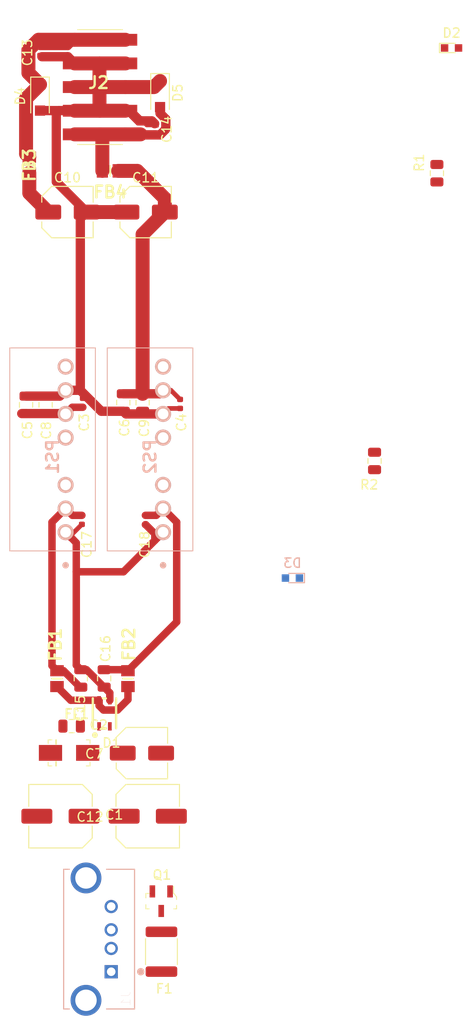
<source format=kicad_pcb>
(kicad_pcb (version 20171130) (host pcbnew "(5.1.6-0-10_14)")

  (general
    (thickness 1.6)
    (drawings 6)
    (tracks 129)
    (zones 0)
    (modules 36)
    (nets 24)
  )

  (page A4)
  (layers
    (0 F.Cu signal)
    (31 B.Cu signal)
    (32 B.Adhes user)
    (33 F.Adhes user)
    (34 B.Paste user)
    (35 F.Paste user)
    (36 B.SilkS user)
    (37 F.SilkS user)
    (38 B.Mask user)
    (39 F.Mask user)
    (40 Dwgs.User user)
    (41 Cmts.User user)
    (42 Eco1.User user)
    (43 Eco2.User user)
    (44 Edge.Cuts user)
    (45 Margin user)
    (46 B.CrtYd user)
    (47 F.CrtYd user)
    (48 B.Fab user)
    (49 F.Fab user)
  )

  (setup
    (last_trace_width 1)
    (user_trace_width 0.2)
    (user_trace_width 0.25)
    (user_trace_width 0.3)
    (user_trace_width 0.45)
    (user_trace_width 0.5)
    (user_trace_width 0.8)
    (user_trace_width 1)
    (user_trace_width 1.5)
    (user_trace_width 2)
    (user_trace_width 4)
    (trace_clearance 0.2)
    (zone_clearance 0.254)
    (zone_45_only no)
    (trace_min 0.2)
    (via_size 0.8)
    (via_drill 0.4)
    (via_min_size 0.4)
    (via_min_drill 0.3)
    (uvia_size 0.3)
    (uvia_drill 0.1)
    (uvias_allowed no)
    (uvia_min_size 0.2)
    (uvia_min_drill 0.1)
    (edge_width 0.05)
    (segment_width 0.2)
    (pcb_text_width 0.3)
    (pcb_text_size 1.5 1.5)
    (mod_edge_width 0.12)
    (mod_text_size 1 1)
    (mod_text_width 0.15)
    (pad_size 1.428 1.428)
    (pad_drill 0.92)
    (pad_to_mask_clearance 0.05)
    (aux_axis_origin 0 0)
    (visible_elements FFFFFF7F)
    (pcbplotparams
      (layerselection 0x010fc_ffffffff)
      (usegerberextensions false)
      (usegerberattributes true)
      (usegerberadvancedattributes true)
      (creategerberjobfile true)
      (excludeedgelayer true)
      (linewidth 0.100000)
      (plotframeref false)
      (viasonmask false)
      (mode 1)
      (useauxorigin false)
      (hpglpennumber 1)
      (hpglpenspeed 20)
      (hpglpendiameter 15.000000)
      (psnegative false)
      (psa4output false)
      (plotreference true)
      (plotvalue true)
      (plotinvisibletext false)
      (padsonsilk false)
      (subtractmaskfromsilk false)
      (outputformat 1)
      (mirror false)
      (drillshape 0)
      (scaleselection 1)
      (outputdirectory "Gerber/"))
  )

  (net 0 "")
  (net 1 "Net-(C1-Pad1)")
  (net 2 +5V)
  (net 3 0V)
  (net 4 -12V)
  (net 5 +12V)
  (net 6 "Net-(F1-Pad1)")
  (net 7 "Net-(J1-Pad2)")
  (net 8 "Net-(J1-Pad3)")
  (net 9 "Net-(PS1-Pad5)")
  (net 10 "Net-(PS1-Pad8)")
  (net 11 "Net-(PS2-Pad8)")
  (net 12 "Net-(PS2-Pad5)")
  (net 13 GND)
  (net 14 "Net-(D2-Pad1)")
  (net 15 "Net-(PS1-Pad3)")
  (net 16 "Net-(PS2-Pad3)")
  (net 17 "Net-(C13-Pad1)")
  (net 18 +Vin1)
  (net 19 -Vin1)
  (net 20 +Vin2)
  (net 21 "Net-(C14-Pad2)")
  (net 22 "Net-(D3-Pad1)")
  (net 23 "Net-(FB1-Pad2)")

  (net_class Default "This is the default net class."
    (clearance 0.2)
    (trace_width 0.25)
    (via_dia 0.8)
    (via_drill 0.4)
    (uvia_dia 0.3)
    (uvia_drill 0.1)
    (add_net +12V)
    (add_net +5V)
    (add_net +Vin1)
    (add_net +Vin2)
    (add_net -12V)
    (add_net -Vin1)
    (add_net 0V)
    (add_net GND)
    (add_net "Net-(C1-Pad1)")
    (add_net "Net-(C13-Pad1)")
    (add_net "Net-(C14-Pad2)")
    (add_net "Net-(D2-Pad1)")
    (add_net "Net-(D3-Pad1)")
    (add_net "Net-(F1-Pad1)")
    (add_net "Net-(FB1-Pad2)")
    (add_net "Net-(J1-Pad2)")
    (add_net "Net-(J1-Pad3)")
    (add_net "Net-(PS1-Pad3)")
    (add_net "Net-(PS1-Pad5)")
    (add_net "Net-(PS1-Pad8)")
    (add_net "Net-(PS2-Pad3)")
    (add_net "Net-(PS2-Pad5)")
    (add_net "Net-(PS2-Pad8)")
  )

  (module Capacitor_SMD:C_0402_1005Metric (layer F.Cu) (tedit 5B301BBE) (tstamp 5FF1D1FC)
    (at 137.575 91.35 90)
    (descr "Capacitor SMD 0402 (1005 Metric), square (rectangular) end terminal, IPC_7351 nominal, (Body size source: http://www.tortai-tech.com/upload/download/2011102023233369053.pdf), generated with kicad-footprint-generator")
    (tags capacitor)
    (path /5FEB06CB)
    (attr smd)
    (fp_text reference C3 (at -2.125 0.15 90) (layer F.SilkS)
      (effects (font (size 1 1) (thickness 0.15)))
    )
    (fp_text value 100nF (at 0 1.17 90) (layer F.Fab) hide
      (effects (font (size 1 1) (thickness 0.15)))
    )
    (fp_line (start -0.5 0.25) (end -0.5 -0.25) (layer F.Fab) (width 0.1))
    (fp_line (start -0.5 -0.25) (end 0.5 -0.25) (layer F.Fab) (width 0.1))
    (fp_line (start 0.5 -0.25) (end 0.5 0.25) (layer F.Fab) (width 0.1))
    (fp_line (start 0.5 0.25) (end -0.5 0.25) (layer F.Fab) (width 0.1))
    (fp_line (start -0.93 0.47) (end -0.93 -0.47) (layer F.CrtYd) (width 0.05))
    (fp_line (start -0.93 -0.47) (end 0.93 -0.47) (layer F.CrtYd) (width 0.05))
    (fp_line (start 0.93 -0.47) (end 0.93 0.47) (layer F.CrtYd) (width 0.05))
    (fp_line (start 0.93 0.47) (end -0.93 0.47) (layer F.CrtYd) (width 0.05))
    (fp_text user %R (at 0 0 90) (layer F.Fab)
      (effects (font (size 0.25 0.25) (thickness 0.04)))
    )
    (pad 2 smd roundrect (at 0.485 0 90) (size 0.59 0.64) (layers F.Cu F.Paste F.Mask) (roundrect_rratio 0.25)
      (net 3 0V))
    (pad 1 smd roundrect (at -0.485 0 90) (size 0.59 0.64) (layers F.Cu F.Paste F.Mask) (roundrect_rratio 0.25)
      (net 5 +12V))
    (model ${KISYS3DMOD}/Capacitor_SMD.3dshapes/C_0402_1005Metric.wrl
      (at (xyz 0 0 0))
      (scale (xyz 1 1 1))
      (rotate (xyz 0 0 0))
    )
  )

  (module Resistor_SMD:R_0805_2012Metric (layer F.Cu) (tedit 5B36C52B) (tstamp 5FF87959)
    (at 175.625 66.7 90)
    (descr "Resistor SMD 0805 (2012 Metric), square (rectangular) end terminal, IPC_7351 nominal, (Body size source: https://docs.google.com/spreadsheets/d/1BsfQQcO9C6DZCsRaXUlFlo91Tg2WpOkGARC1WS5S8t0/edit?usp=sharing), generated with kicad-footprint-generator")
    (tags resistor)
    (path /5FE234A2)
    (attr smd)
    (fp_text reference R1 (at 1.125 -1.9 90) (layer F.SilkS)
      (effects (font (size 1 1) (thickness 0.15)))
    )
    (fp_text value 1K (at 0 1.65 90) (layer F.Fab) hide
      (effects (font (size 1 1) (thickness 0.15)))
    )
    (fp_line (start 1.68 0.95) (end -1.68 0.95) (layer F.CrtYd) (width 0.05))
    (fp_line (start 1.68 -0.95) (end 1.68 0.95) (layer F.CrtYd) (width 0.05))
    (fp_line (start -1.68 -0.95) (end 1.68 -0.95) (layer F.CrtYd) (width 0.05))
    (fp_line (start -1.68 0.95) (end -1.68 -0.95) (layer F.CrtYd) (width 0.05))
    (fp_line (start -0.258578 0.71) (end 0.258578 0.71) (layer F.SilkS) (width 0.12))
    (fp_line (start -0.258578 -0.71) (end 0.258578 -0.71) (layer F.SilkS) (width 0.12))
    (fp_line (start 1 0.6) (end -1 0.6) (layer F.Fab) (width 0.1))
    (fp_line (start 1 -0.6) (end 1 0.6) (layer F.Fab) (width 0.1))
    (fp_line (start -1 -0.6) (end 1 -0.6) (layer F.Fab) (width 0.1))
    (fp_line (start -1 0.6) (end -1 -0.6) (layer F.Fab) (width 0.1))
    (fp_text user %R (at 0 0 90) (layer F.Fab)
      (effects (font (size 0.5 0.5) (thickness 0.08)))
    )
    (pad 1 smd roundrect (at -0.9375 0 90) (size 0.975 1.4) (layers F.Cu F.Paste F.Mask) (roundrect_rratio 0.25)
      (net 14 "Net-(D2-Pad1)"))
    (pad 2 smd roundrect (at 0.9375 0 90) (size 0.975 1.4) (layers F.Cu F.Paste F.Mask) (roundrect_rratio 0.25)
      (net 3 0V))
    (model ${KISYS3DMOD}/Resistor_SMD.3dshapes/R_0805_2012Metric.wrl
      (at (xyz 0 0 0))
      (scale (xyz 1 1 1))
      (rotate (xyz 0 0 0))
    )
  )

  (module RS6-0512S:RS60512S (layer B.Cu) (tedit 5FE312CB) (tstamp 5FF1CD2B)
    (at 146.2 105.25 90)
    (descr RS6-0512S-1)
    (tags "Power Supply")
    (path /5FE68DDD)
    (fp_text reference PS2 (at 8.095 -1.4 -90) (layer B.SilkS)
      (effects (font (size 1.27 1.27) (thickness 0.254)) (justify mirror))
    )
    (fp_text value RS6-0512S (at 8.095 -1.4 -90) (layer B.SilkS) hide
      (effects (font (size 1.27 1.27) (thickness 0.254)) (justify mirror))
    )
    (fp_line (start -2.01 3.2) (end 19.79 3.2) (layer Dwgs.User) (width 0.2))
    (fp_line (start 19.79 3.2) (end 19.79 -6) (layer Dwgs.User) (width 0.2))
    (fp_line (start 19.79 -6) (end -2.01 -6) (layer Dwgs.User) (width 0.2))
    (fp_line (start -2.01 -6) (end -2.01 3.2) (layer Dwgs.User) (width 0.2))
    (fp_line (start -2.01 3.2) (end 19.79 3.2) (layer B.SilkS) (width 0.1))
    (fp_line (start 19.79 3.2) (end 19.79 -6) (layer B.SilkS) (width 0.1))
    (fp_line (start 19.79 -6) (end -2.01 -6) (layer B.SilkS) (width 0.1))
    (fp_line (start -2.01 -6) (end -2.01 3.2) (layer B.SilkS) (width 0.1))
    (fp_line (start -4.6 4.2) (end 20.79 4.2) (layer Dwgs.User) (width 0.1))
    (fp_line (start 20.79 4.2) (end 20.79 -7) (layer Dwgs.User) (width 0.1))
    (fp_line (start 20.79 -7) (end -4.6 -7) (layer Dwgs.User) (width 0.1))
    (fp_line (start -4.6 -7) (end -4.6 4.2) (layer Dwgs.User) (width 0.1))
    (fp_line (start -3.5 0) (end -3.5 0) (layer B.SilkS) (width 0.6))
    (fp_line (start -3.6 0) (end -3.6 0) (layer B.SilkS) (width 0.6))
    (fp_arc (start -3.55 0) (end -3.5 0) (angle 180) (layer B.SilkS) (width 0.6))
    (fp_arc (start -3.55 0) (end -3.6 0) (angle 180) (layer B.SilkS) (width 0.6))
    (pad 1 thru_hole circle (at 0 0) (size 1.725 1.725) (drill 1.15) (layers *.Cu *.Mask B.SilkS)
      (net 19 -Vin1))
    (pad 2 thru_hole circle (at 2.54 0) (size 1.725 1.725) (drill 1.15) (layers *.Cu *.Mask B.SilkS)
      (net 20 +Vin2))
    (pad 3 thru_hole circle (at 5.08 0) (size 1.725 1.725) (drill 1.15) (layers *.Cu *.Mask B.SilkS)
      (net 16 "Net-(PS2-Pad3)"))
    (pad 5 thru_hole circle (at 10.16 0) (size 1.725 1.725) (drill 1.15) (layers *.Cu *.Mask B.SilkS)
      (net 12 "Net-(PS2-Pad5)"))
    (pad 6 thru_hole circle (at 12.7 0) (size 1.725 1.725) (drill 1.15) (layers *.Cu *.Mask B.SilkS)
      (net 3 0V))
    (pad 7 thru_hole circle (at 15.24 0) (size 1.725 1.725) (drill 1.15) (layers *.Cu *.Mask B.SilkS)
      (net 4 -12V))
    (pad 8 thru_hole circle (at 17.78 0) (size 1.725 1.725) (drill 1.15) (layers *.Cu *.Mask B.SilkS)
      (net 11 "Net-(PS2-Pad8)"))
    (model ${KIPRJMOD}/CustomSymbols/RS6-0512S/3D/RS6-0512S.stp
      (at (xyz 0 0 0))
      (scale (xyz 1 1 1))
      (rotate (xyz 0 0 0))
    )
  )

  (module Capacitor_SMD:C_Elec_6.3x7.7 (layer F.Cu) (tedit 5BC8D926) (tstamp 5FFE06DC)
    (at 135.175 135.75 180)
    (descr "SMD capacitor, aluminum electrolytic nonpolar, 6.3x7.7mm")
    (tags "capacitor electrolyic nonpolar")
    (path /5FE096E1)
    (attr smd)
    (fp_text reference C1 (at -5.775 0.15 180) (layer F.SilkS)
      (effects (font (size 1 1) (thickness 0.15)))
    )
    (fp_text value 220uF (at 0 4.35 180) (layer F.Fab) hide
      (effects (font (size 1 1) (thickness 0.15)))
    )
    (fp_circle (center 0 0) (end 3.15 0) (layer F.Fab) (width 0.1))
    (fp_line (start 3.3 -3.3) (end 3.3 3.3) (layer F.Fab) (width 0.1))
    (fp_line (start -2.3 -3.3) (end 3.3 -3.3) (layer F.Fab) (width 0.1))
    (fp_line (start -2.3 3.3) (end 3.3 3.3) (layer F.Fab) (width 0.1))
    (fp_line (start -3.3 -2.3) (end -3.3 2.3) (layer F.Fab) (width 0.1))
    (fp_line (start -3.3 -2.3) (end -2.3 -3.3) (layer F.Fab) (width 0.1))
    (fp_line (start -3.3 2.3) (end -2.3 3.3) (layer F.Fab) (width 0.1))
    (fp_line (start 3.41 3.41) (end 3.41 1.06) (layer F.SilkS) (width 0.12))
    (fp_line (start 3.41 -3.41) (end 3.41 -1.06) (layer F.SilkS) (width 0.12))
    (fp_line (start -2.345563 -3.41) (end 3.41 -3.41) (layer F.SilkS) (width 0.12))
    (fp_line (start -2.345563 3.41) (end 3.41 3.41) (layer F.SilkS) (width 0.12))
    (fp_line (start -3.41 2.345563) (end -3.41 1.06) (layer F.SilkS) (width 0.12))
    (fp_line (start -3.41 -2.345563) (end -3.41 -1.06) (layer F.SilkS) (width 0.12))
    (fp_line (start -3.41 -2.345563) (end -2.345563 -3.41) (layer F.SilkS) (width 0.12))
    (fp_line (start -3.41 2.345563) (end -2.345563 3.41) (layer F.SilkS) (width 0.12))
    (fp_line (start 3.55 -3.55) (end 3.55 -1.05) (layer F.CrtYd) (width 0.05))
    (fp_line (start 3.55 -1.05) (end 4.45 -1.05) (layer F.CrtYd) (width 0.05))
    (fp_line (start 4.45 -1.05) (end 4.45 1.05) (layer F.CrtYd) (width 0.05))
    (fp_line (start 4.45 1.05) (end 3.55 1.05) (layer F.CrtYd) (width 0.05))
    (fp_line (start 3.55 1.05) (end 3.55 3.55) (layer F.CrtYd) (width 0.05))
    (fp_line (start -2.4 3.55) (end 3.55 3.55) (layer F.CrtYd) (width 0.05))
    (fp_line (start -2.4 -3.55) (end 3.55 -3.55) (layer F.CrtYd) (width 0.05))
    (fp_line (start -3.55 2.4) (end -2.4 3.55) (layer F.CrtYd) (width 0.05))
    (fp_line (start -3.55 -2.4) (end -2.4 -3.55) (layer F.CrtYd) (width 0.05))
    (fp_line (start -3.55 -2.4) (end -3.55 -1.05) (layer F.CrtYd) (width 0.05))
    (fp_line (start -3.55 1.05) (end -3.55 2.4) (layer F.CrtYd) (width 0.05))
    (fp_line (start -3.55 -1.05) (end -4.45 -1.05) (layer F.CrtYd) (width 0.05))
    (fp_line (start -4.45 -1.05) (end -4.45 1.05) (layer F.CrtYd) (width 0.05))
    (fp_line (start -4.45 1.05) (end -3.55 1.05) (layer F.CrtYd) (width 0.05))
    (fp_text user %R (at 0 0 180) (layer F.Fab)
      (effects (font (size 1 1) (thickness 0.15)))
    )
    (pad 2 smd roundrect (at 2.5375 0 180) (size 3.325 1.6) (layers F.Cu F.Paste F.Mask) (roundrect_rratio 0.15625)
      (net 13 GND))
    (pad 1 smd roundrect (at -2.5375 0 180) (size 3.325 1.6) (layers F.Cu F.Paste F.Mask) (roundrect_rratio 0.15625)
      (net 1 "Net-(C1-Pad1)"))
    (model ${KISYS3DMOD}/Capacitor_SMD.3dshapes/C_Elec_6.3x7.7.wrl
      (at (xyz 0 0 0))
      (scale (xyz 1 1 1))
      (rotate (xyz 0 0 0))
    )
  )

  (module Capacitor_SMD:C_0805_2012Metric (layer F.Cu) (tedit 5B36C52B) (tstamp 5FFE294A)
    (at 136.375 126.075 180)
    (descr "Capacitor SMD 0805 (2012 Metric), square (rectangular) end terminal, IPC_7351 nominal, (Body size source: https://docs.google.com/spreadsheets/d/1BsfQQcO9C6DZCsRaXUlFlo91Tg2WpOkGARC1WS5S8t0/edit?usp=sharing), generated with kicad-footprint-generator")
    (tags capacitor)
    (path /5FEA4264)
    (attr smd)
    (fp_text reference C2 (at -2.9 0.125) (layer F.SilkS)
      (effects (font (size 1 1) (thickness 0.15)))
    )
    (fp_text value 22uF (at 0 1.65) (layer F.Fab) hide
      (effects (font (size 1 1) (thickness 0.15)))
    )
    (fp_line (start -1 0.6) (end -1 -0.6) (layer F.Fab) (width 0.1))
    (fp_line (start -1 -0.6) (end 1 -0.6) (layer F.Fab) (width 0.1))
    (fp_line (start 1 -0.6) (end 1 0.6) (layer F.Fab) (width 0.1))
    (fp_line (start 1 0.6) (end -1 0.6) (layer F.Fab) (width 0.1))
    (fp_line (start -0.258578 -0.71) (end 0.258578 -0.71) (layer F.SilkS) (width 0.12))
    (fp_line (start -0.258578 0.71) (end 0.258578 0.71) (layer F.SilkS) (width 0.12))
    (fp_line (start -1.68 0.95) (end -1.68 -0.95) (layer F.CrtYd) (width 0.05))
    (fp_line (start -1.68 -0.95) (end 1.68 -0.95) (layer F.CrtYd) (width 0.05))
    (fp_line (start 1.68 -0.95) (end 1.68 0.95) (layer F.CrtYd) (width 0.05))
    (fp_line (start 1.68 0.95) (end -1.68 0.95) (layer F.CrtYd) (width 0.05))
    (fp_text user %R (at 0 0) (layer F.Fab)
      (effects (font (size 0.5 0.5) (thickness 0.08)))
    )
    (pad 2 smd roundrect (at 0.9375 0 180) (size 0.975 1.4) (layers F.Cu F.Paste F.Mask) (roundrect_rratio 0.25)
      (net 13 GND))
    (pad 1 smd roundrect (at -0.9375 0 180) (size 0.975 1.4) (layers F.Cu F.Paste F.Mask) (roundrect_rratio 0.25)
      (net 1 "Net-(C1-Pad1)"))
    (model ${KISYS3DMOD}/Capacitor_SMD.3dshapes/C_0805_2012Metric.wrl
      (at (xyz 0 0 0))
      (scale (xyz 1 1 1))
      (rotate (xyz 0 0 0))
    )
  )

  (module Capacitor_SMD:C_0402_1005Metric (layer F.Cu) (tedit 5B301BBE) (tstamp 5FFD93CB)
    (at 148.025 91.475 90)
    (descr "Capacitor SMD 0402 (1005 Metric), square (rectangular) end terminal, IPC_7351 nominal, (Body size source: http://www.tortai-tech.com/upload/download/2011102023233369053.pdf), generated with kicad-footprint-generator")
    (tags capacitor)
    (path /5FEB46EE)
    (attr smd)
    (fp_text reference C4 (at -2 0.15 90) (layer F.SilkS)
      (effects (font (size 1 1) (thickness 0.15)))
    )
    (fp_text value 100nF (at 0 1.17 90) (layer F.Fab) hide
      (effects (font (size 1 1) (thickness 0.15)))
    )
    (fp_line (start 0.93 0.47) (end -0.93 0.47) (layer F.CrtYd) (width 0.05))
    (fp_line (start 0.93 -0.47) (end 0.93 0.47) (layer F.CrtYd) (width 0.05))
    (fp_line (start -0.93 -0.47) (end 0.93 -0.47) (layer F.CrtYd) (width 0.05))
    (fp_line (start -0.93 0.47) (end -0.93 -0.47) (layer F.CrtYd) (width 0.05))
    (fp_line (start 0.5 0.25) (end -0.5 0.25) (layer F.Fab) (width 0.1))
    (fp_line (start 0.5 -0.25) (end 0.5 0.25) (layer F.Fab) (width 0.1))
    (fp_line (start -0.5 -0.25) (end 0.5 -0.25) (layer F.Fab) (width 0.1))
    (fp_line (start -0.5 0.25) (end -0.5 -0.25) (layer F.Fab) (width 0.1))
    (fp_text user %R (at 0 0 90) (layer F.Fab)
      (effects (font (size 0.25 0.25) (thickness 0.04)))
    )
    (pad 1 smd roundrect (at -0.485 0 90) (size 0.59 0.64) (layers F.Cu F.Paste F.Mask) (roundrect_rratio 0.25)
      (net 3 0V))
    (pad 2 smd roundrect (at 0.485 0 90) (size 0.59 0.64) (layers F.Cu F.Paste F.Mask) (roundrect_rratio 0.25)
      (net 4 -12V))
    (model ${KISYS3DMOD}/Capacitor_SMD.3dshapes/C_0402_1005Metric.wrl
      (at (xyz 0 0 0))
      (scale (xyz 1 1 1))
      (rotate (xyz 0 0 0))
    )
  )

  (module Capacitor_SMD:C_Elec_5x5.4 (layer F.Cu) (tedit 5BC8D926) (tstamp 5FFE0673)
    (at 143.925 128.975)
    (descr "SMD capacitor, aluminum electrolytic nonpolar, 5.0x5.4mm")
    (tags "capacitor electrolyic nonpolar")
    (path /5FE548E0)
    (attr smd)
    (fp_text reference C7 (at -5.125 0.075 180) (layer F.SilkS)
      (effects (font (size 1 1) (thickness 0.15)))
    )
    (fp_text value 47uF (at 0.275 1.575 180) (layer F.Fab) hide
      (effects (font (size 1 1) (thickness 0.15)))
    )
    (fp_circle (center 0 0) (end 2.5 0) (layer F.Fab) (width 0.1))
    (fp_line (start 2.65 -2.65) (end 2.65 2.65) (layer F.Fab) (width 0.1))
    (fp_line (start -1.65 -2.65) (end 2.65 -2.65) (layer F.Fab) (width 0.1))
    (fp_line (start -1.65 2.65) (end 2.65 2.65) (layer F.Fab) (width 0.1))
    (fp_line (start -2.65 -1.65) (end -2.65 1.65) (layer F.Fab) (width 0.1))
    (fp_line (start -2.65 -1.65) (end -1.65 -2.65) (layer F.Fab) (width 0.1))
    (fp_line (start -2.65 1.65) (end -1.65 2.65) (layer F.Fab) (width 0.1))
    (fp_line (start 2.76 2.76) (end 2.76 1.06) (layer F.SilkS) (width 0.12))
    (fp_line (start 2.76 -2.76) (end 2.76 -1.06) (layer F.SilkS) (width 0.12))
    (fp_line (start -1.695563 -2.76) (end 2.76 -2.76) (layer F.SilkS) (width 0.12))
    (fp_line (start -1.695563 2.76) (end 2.76 2.76) (layer F.SilkS) (width 0.12))
    (fp_line (start -2.76 1.695563) (end -2.76 1.06) (layer F.SilkS) (width 0.12))
    (fp_line (start -2.76 -1.695563) (end -2.76 -1.06) (layer F.SilkS) (width 0.12))
    (fp_line (start -2.76 -1.695563) (end -1.695563 -2.76) (layer F.SilkS) (width 0.12))
    (fp_line (start -2.76 1.695563) (end -1.695563 2.76) (layer F.SilkS) (width 0.12))
    (fp_line (start 2.9 -2.9) (end 2.9 -1.05) (layer F.CrtYd) (width 0.05))
    (fp_line (start 2.9 -1.05) (end 3.7 -1.05) (layer F.CrtYd) (width 0.05))
    (fp_line (start 3.7 -1.05) (end 3.7 1.05) (layer F.CrtYd) (width 0.05))
    (fp_line (start 3.7 1.05) (end 2.9 1.05) (layer F.CrtYd) (width 0.05))
    (fp_line (start 2.9 1.05) (end 2.9 2.9) (layer F.CrtYd) (width 0.05))
    (fp_line (start -1.75 2.9) (end 2.9 2.9) (layer F.CrtYd) (width 0.05))
    (fp_line (start -1.75 -2.9) (end 2.9 -2.9) (layer F.CrtYd) (width 0.05))
    (fp_line (start -2.9 1.75) (end -1.75 2.9) (layer F.CrtYd) (width 0.05))
    (fp_line (start -2.9 -1.75) (end -1.75 -2.9) (layer F.CrtYd) (width 0.05))
    (fp_line (start -2.9 -1.75) (end -2.9 -1.05) (layer F.CrtYd) (width 0.05))
    (fp_line (start -2.9 1.05) (end -2.9 1.75) (layer F.CrtYd) (width 0.05))
    (fp_line (start -2.9 -1.05) (end -3.7 -1.05) (layer F.CrtYd) (width 0.05))
    (fp_line (start -3.7 -1.05) (end -3.7 1.05) (layer F.CrtYd) (width 0.05))
    (fp_line (start -3.7 1.05) (end -2.9 1.05) (layer F.CrtYd) (width 0.05))
    (fp_text user %R (at 0 0 180) (layer F.Fab)
      (effects (font (size 1 1) (thickness 0.15)))
    )
    (pad 2 smd roundrect (at 2.0625 0) (size 2.775 1.6) (layers F.Cu F.Paste F.Mask) (roundrect_rratio 0.15625)
      (net 13 GND))
    (pad 1 smd roundrect (at -2.0625 0) (size 2.775 1.6) (layers F.Cu F.Paste F.Mask) (roundrect_rratio 0.15625)
      (net 1 "Net-(C1-Pad1)"))
    (model ${KISYS3DMOD}/Capacitor_SMD.3dshapes/C_Elec_5x5.4.wrl
      (at (xyz 0 0 0))
      (scale (xyz 1 1 1))
      (rotate (xyz 0 0 0))
    )
  )

  (module Diode_SMD:D_SOD-123F (layer F.Cu) (tedit 587F7769) (tstamp 5FFE6A8D)
    (at 132.975 58.575 270)
    (descr D_SOD-123F)
    (tags D_SOD-123F)
    (path /5FE6DCB8)
    (attr smd)
    (fp_text reference D4 (at -0.15 2.125 90) (layer F.SilkS)
      (effects (font (size 1 1) (thickness 0.15)))
    )
    (fp_text value 1N4007 (at 0 2.1 90) (layer F.Fab) hide
      (effects (font (size 1 1) (thickness 0.15)))
    )
    (fp_line (start -2.2 -1) (end 1.65 -1) (layer F.SilkS) (width 0.12))
    (fp_line (start -2.2 1) (end 1.65 1) (layer F.SilkS) (width 0.12))
    (fp_line (start -2.2 -1.15) (end -2.2 1.15) (layer F.CrtYd) (width 0.05))
    (fp_line (start 2.2 1.15) (end -2.2 1.15) (layer F.CrtYd) (width 0.05))
    (fp_line (start 2.2 -1.15) (end 2.2 1.15) (layer F.CrtYd) (width 0.05))
    (fp_line (start -2.2 -1.15) (end 2.2 -1.15) (layer F.CrtYd) (width 0.05))
    (fp_line (start -1.4 -0.9) (end 1.4 -0.9) (layer F.Fab) (width 0.1))
    (fp_line (start 1.4 -0.9) (end 1.4 0.9) (layer F.Fab) (width 0.1))
    (fp_line (start 1.4 0.9) (end -1.4 0.9) (layer F.Fab) (width 0.1))
    (fp_line (start -1.4 0.9) (end -1.4 -0.9) (layer F.Fab) (width 0.1))
    (fp_line (start -0.75 0) (end -0.35 0) (layer F.Fab) (width 0.1))
    (fp_line (start -0.35 0) (end -0.35 -0.55) (layer F.Fab) (width 0.1))
    (fp_line (start -0.35 0) (end -0.35 0.55) (layer F.Fab) (width 0.1))
    (fp_line (start -0.35 0) (end 0.25 -0.4) (layer F.Fab) (width 0.1))
    (fp_line (start 0.25 -0.4) (end 0.25 0.4) (layer F.Fab) (width 0.1))
    (fp_line (start 0.25 0.4) (end -0.35 0) (layer F.Fab) (width 0.1))
    (fp_line (start 0.25 0) (end 0.75 0) (layer F.Fab) (width 0.1))
    (fp_line (start -2.2 -1) (end -2.2 1) (layer F.SilkS) (width 0.12))
    (fp_text user %R (at -0.127 -1.905 90) (layer F.Fab) hide
      (effects (font (size 1 1) (thickness 0.15)))
    )
    (pad 1 smd rect (at -1.4 0 270) (size 1.1 1.1) (layers F.Cu F.Paste F.Mask)
      (net 17 "Net-(C13-Pad1)"))
    (pad 2 smd rect (at 1.4 0 270) (size 1.1 1.1) (layers F.Cu F.Paste F.Mask)
      (net 3 0V))
    (model ${KISYS3DMOD}/Diode_SMD.3dshapes/D_SOD-123F.wrl
      (at (xyz 0 0 0))
      (scale (xyz 1 1 1))
      (rotate (xyz 0 0 0))
    )
  )

  (module Diode_SMD:D_SOD-123F (layer F.Cu) (tedit 587F7769) (tstamp 5FFE6A45)
    (at 145.875 58.2 270)
    (descr D_SOD-123F)
    (tags D_SOD-123F)
    (path /5FE81B4A)
    (attr smd)
    (fp_text reference D5 (at -0.127 -1.905 90) (layer F.SilkS)
      (effects (font (size 1 1) (thickness 0.15)))
    )
    (fp_text value 1N4007 (at 0 2.1 90) (layer F.Fab) hide
      (effects (font (size 1 1) (thickness 0.15)))
    )
    (fp_line (start -2.2 -1) (end -2.2 1) (layer F.SilkS) (width 0.12))
    (fp_line (start 0.25 0) (end 0.75 0) (layer F.Fab) (width 0.1))
    (fp_line (start 0.25 0.4) (end -0.35 0) (layer F.Fab) (width 0.1))
    (fp_line (start 0.25 -0.4) (end 0.25 0.4) (layer F.Fab) (width 0.1))
    (fp_line (start -0.35 0) (end 0.25 -0.4) (layer F.Fab) (width 0.1))
    (fp_line (start -0.35 0) (end -0.35 0.55) (layer F.Fab) (width 0.1))
    (fp_line (start -0.35 0) (end -0.35 -0.55) (layer F.Fab) (width 0.1))
    (fp_line (start -0.75 0) (end -0.35 0) (layer F.Fab) (width 0.1))
    (fp_line (start -1.4 0.9) (end -1.4 -0.9) (layer F.Fab) (width 0.1))
    (fp_line (start 1.4 0.9) (end -1.4 0.9) (layer F.Fab) (width 0.1))
    (fp_line (start 1.4 -0.9) (end 1.4 0.9) (layer F.Fab) (width 0.1))
    (fp_line (start -1.4 -0.9) (end 1.4 -0.9) (layer F.Fab) (width 0.1))
    (fp_line (start -2.2 -1.15) (end 2.2 -1.15) (layer F.CrtYd) (width 0.05))
    (fp_line (start 2.2 -1.15) (end 2.2 1.15) (layer F.CrtYd) (width 0.05))
    (fp_line (start 2.2 1.15) (end -2.2 1.15) (layer F.CrtYd) (width 0.05))
    (fp_line (start -2.2 -1.15) (end -2.2 1.15) (layer F.CrtYd) (width 0.05))
    (fp_line (start -2.2 1) (end 1.65 1) (layer F.SilkS) (width 0.12))
    (fp_line (start -2.2 -1) (end 1.65 -1) (layer F.SilkS) (width 0.12))
    (fp_text user %R (at -0.127 -1.905 90) (layer F.Fab)
      (effects (font (size 1 1) (thickness 0.15)))
    )
    (pad 2 smd rect (at 1.4 0 270) (size 1.1 1.1) (layers F.Cu F.Paste F.Mask)
      (net 21 "Net-(C14-Pad2)"))
    (pad 1 smd rect (at -1.4 0 270) (size 1.1 1.1) (layers F.Cu F.Paste F.Mask)
      (net 3 0V))
    (model ${KISYS3DMOD}/Diode_SMD.3dshapes/D_SOD-123F.wrl
      (at (xyz 0 0 0))
      (scale (xyz 1 1 1))
      (rotate (xyz 0 0 0))
    )
  )

  (module Fuse:Fuse_1812_4532Metric (layer F.Cu) (tedit 5B301BBE) (tstamp 5FFE53BD)
    (at 146.025 150.3 90)
    (descr "Fuse SMD 1812 (4532 Metric), square (rectangular) end terminal, IPC_7351 nominal, (Body size source: https://www.nikhef.nl/pub/departments/mt/projects/detectorR_D/dtddice/ERJ2G.pdf), generated with kicad-footprint-generator")
    (tags resistor)
    (path /5FE1FDB4)
    (attr smd)
    (fp_text reference F1 (at -3.975 0.3 180) (layer F.SilkS)
      (effects (font (size 1 1) (thickness 0.15)))
    )
    (fp_text value "3A hold" (at 0 2.65 90) (layer F.Fab) hide
      (effects (font (size 1 1) (thickness 0.15)))
    )
    (fp_line (start 2.95 1.95) (end -2.95 1.95) (layer F.CrtYd) (width 0.05))
    (fp_line (start 2.95 -1.95) (end 2.95 1.95) (layer F.CrtYd) (width 0.05))
    (fp_line (start -2.95 -1.95) (end 2.95 -1.95) (layer F.CrtYd) (width 0.05))
    (fp_line (start -2.95 1.95) (end -2.95 -1.95) (layer F.CrtYd) (width 0.05))
    (fp_line (start -1.386252 1.71) (end 1.386252 1.71) (layer F.SilkS) (width 0.12))
    (fp_line (start -1.386252 -1.71) (end 1.386252 -1.71) (layer F.SilkS) (width 0.12))
    (fp_line (start 2.25 1.6) (end -2.25 1.6) (layer F.Fab) (width 0.1))
    (fp_line (start 2.25 -1.6) (end 2.25 1.6) (layer F.Fab) (width 0.1))
    (fp_line (start -2.25 -1.6) (end 2.25 -1.6) (layer F.Fab) (width 0.1))
    (fp_line (start -2.25 1.6) (end -2.25 -1.6) (layer F.Fab) (width 0.1))
    (fp_text user %R (at 0 0 90) (layer F.Fab) hide
      (effects (font (size 1 1) (thickness 0.15)))
    )
    (pad 1 smd roundrect (at -2.1375 0 90) (size 1.125 3.4) (layers F.Cu F.Paste F.Mask) (roundrect_rratio 0.222222)
      (net 6 "Net-(F1-Pad1)"))
    (pad 2 smd roundrect (at 2.1375 0 90) (size 1.125 3.4) (layers F.Cu F.Paste F.Mask) (roundrect_rratio 0.222222)
      (net 2 +5V))
    (model ${KIPRJMOD}/CustomSymbols/LIB_1812L110_16DR/3D/1812L110_16DR.stp
      (at (xyz 0 0 0))
      (scale (xyz 1 1 1))
      (rotate (xyz 0 0 0))
    )
  )

  (module ACP3225-102-2P-T000:ACP3225 (layer F.Cu) (tedit 5FEA04E8) (tstamp 5FFE29BC)
    (at 139.9 124.7 90)
    (descr ACP3225)
    (tags Filter)
    (path /5FEA5D5D)
    (attr smd)
    (fp_text reference FL1 (at -0.075 -3 180) (layer F.SilkS)
      (effects (font (size 1 1) (thickness 0.2)))
    )
    (fp_text value ACP3225-102-2P-T000 (at -0.326 -0.053 90) (layer F.SilkS) hide
      (effects (font (size 1.27 1.27) (thickness 0.254)))
    )
    (fp_circle (center -2.337 -1.027) (end -2.391 -1.027) (layer F.SilkS) (width 0.254))
    (fp_line (start 1.6 -0.15) (end 1.6 0.15) (layer F.SilkS) (width 0.254))
    (fp_line (start -1.6 -0.15) (end -1.6 0.15) (layer F.SilkS) (width 0.254))
    (fp_line (start -1.6 1.25) (end 1.6 1.25) (layer F.SilkS) (width 0.254))
    (fp_line (start -1.6 -1.25) (end 1.6 -1.25) (layer F.SilkS) (width 0.254))
    (fp_line (start -1.6 1.25) (end -1.6 -1.25) (layer Dwgs.User) (width 0.254))
    (fp_line (start 1.6 1.25) (end -1.6 1.25) (layer Dwgs.User) (width 0.254))
    (fp_line (start 1.6 -1.25) (end 1.6 1.25) (layer Dwgs.User) (width 0.254))
    (fp_line (start -1.6 -1.25) (end 1.6 -1.25) (layer Dwgs.User) (width 0.254))
    (pad 4 smd rect (at 1.4 -0.575 180) (size 0.4 0.9) (layers F.Cu F.Paste F.Mask)
      (net 23 "Net-(FB1-Pad2)"))
    (pad 3 smd rect (at 1.4 0.575 180) (size 0.4 0.9) (layers F.Cu F.Paste F.Mask)
      (net 19 -Vin1))
    (pad 2 smd rect (at -1.4 0.575 180) (size 0.4 0.9) (layers F.Cu F.Paste F.Mask)
      (net 13 GND))
    (pad 1 smd rect (at -1.4 -0.575 180) (size 0.4 0.9) (layers F.Cu F.Paste F.Mask)
      (net 1 "Net-(C1-Pad1)"))
  )

  (module 1734366-1:TE_1734366-1 (layer B.Cu) (tedit 5FFD97D7) (tstamp 5FFE537B)
    (at 140.625 152.45 90)
    (path /5FE0D725)
    (fp_text reference J1 (at -2.9 1.575 90) (layer B.SilkS)
      (effects (font (size 1.001921 1.001921) (thickness 0.015)) (justify mirror))
    )
    (fp_text value 1734366-1 (at 3.81319 -6.99082 90) (layer B.Fab) hide
      (effects (font (size 1.000835 1.000835) (thickness 0.015)) (justify mirror))
    )
    (fp_circle (center 0 1.27) (end 0.2 1.27) (layer B.Fab) (width 0.4))
    (fp_circle (center 0 3.175) (end 0.2 3.175) (layer B.SilkS) (width 0.4))
    (fp_line (start -4.95 -5.36) (end -4.95 2.76) (layer B.CrtYd) (width 0.05))
    (fp_line (start 11.95 -5.36) (end -4.95 -5.36) (layer B.CrtYd) (width 0.05))
    (fp_line (start 11.95 2.76) (end 11.95 -5.36) (layer B.CrtYd) (width 0.05))
    (fp_line (start -4.95 2.76) (end 11.95 2.76) (layer B.CrtYd) (width 0.05))
    (fp_line (start 11 -5.11) (end 11 -4.5) (layer B.SilkS) (width 0.127))
    (fp_line (start -4 -5.11) (end 11 -5.11) (layer B.SilkS) (width 0.127))
    (fp_line (start -4 -4.5) (end -4 -5.11) (layer B.SilkS) (width 0.127))
    (fp_line (start -4 2.51) (end -4 -0.5) (layer B.SilkS) (width 0.127))
    (fp_line (start 11 2.51) (end 11 -0.5) (layer B.SilkS) (width 0.127))
    (fp_line (start -4 2.51) (end 11 2.51) (layer B.SilkS) (width 0.127))
    (fp_line (start -4 -5.11) (end -4 2.51) (layer B.Fab) (width 0.127))
    (fp_line (start 11 -5.11) (end -4 -5.11) (layer B.Fab) (width 0.127))
    (fp_line (start 11 2.51) (end 11 -5.11) (layer B.Fab) (width 0.127))
    (fp_line (start -4 2.51) (end 11 2.51) (layer B.Fab) (width 0.127))
    (pad 1 thru_hole rect (at 0 0 90) (size 1.428 1.428) (drill 0.92) (layers *.Cu *.Mask)
      (net 6 "Net-(F1-Pad1)") (zone_connect 1))
    (pad 2 thru_hole circle (at 2.5 0 90) (size 1.428 1.428) (drill 0.92) (layers *.Cu *.Mask)
      (net 7 "Net-(J1-Pad2)"))
    (pad 3 thru_hole circle (at 4.5 0 90) (size 1.428 1.428) (drill 0.92) (layers *.Cu *.Mask)
      (net 8 "Net-(J1-Pad3)"))
    (pad 4 thru_hole circle (at 7 0 90) (size 1.428 1.428) (drill 0.92) (layers *.Cu *.Mask)
      (net 13 GND))
    (pad SH1 thru_hole circle (at -3.07 -2.71 90) (size 3.316 3.316) (drill 2.3) (layers *.Cu *.Mask)
      (net 13 GND))
    (pad SH2 thru_hole circle (at 10.07 -2.71 90) (size 3.316 3.316) (drill 2.3) (layers *.Cu *.Mask)
      (net 13 GND))
    (model ${KIPRJMOD}/CustomSymbols/1734366-1/108861197-19-1734366-1/1734366-1.stp
      (offset (xyz 3.5 -1.2 15.3))
      (scale (xyz 1 1 1))
      (rotate (xyz 0 0 0))
    )
  )

  (module RS6-0512S:RS60512S (layer B.Cu) (tedit 5FE312CB) (tstamp 5FF1C5DF)
    (at 135.725 105.25 90)
    (descr RS6-0512S-1)
    (tags "Power Supply")
    (path /5FE5CD2D)
    (fp_text reference PS1 (at 8.095 -1.4 270) (layer B.SilkS)
      (effects (font (size 1.27 1.27) (thickness 0.254)) (justify mirror))
    )
    (fp_text value RS6-0512S (at 8.095 -1.4 270) (layer B.SilkS) hide
      (effects (font (size 1.27 1.27) (thickness 0.254)) (justify mirror))
    )
    (fp_line (start -3.6 0) (end -3.6 0) (layer B.SilkS) (width 0.6))
    (fp_line (start -3.5 0) (end -3.5 0) (layer B.SilkS) (width 0.6))
    (fp_line (start -4.6 -7) (end -4.6 4.2) (layer Dwgs.User) (width 0.1))
    (fp_line (start 20.79 -7) (end -4.6 -7) (layer Dwgs.User) (width 0.1))
    (fp_line (start 20.79 4.2) (end 20.79 -7) (layer Dwgs.User) (width 0.1))
    (fp_line (start -4.6 4.2) (end 20.79 4.2) (layer Dwgs.User) (width 0.1))
    (fp_line (start -2.01 -6) (end -2.01 3.2) (layer B.SilkS) (width 0.1))
    (fp_line (start 19.79 -6) (end -2.01 -6) (layer B.SilkS) (width 0.1))
    (fp_line (start 19.79 3.2) (end 19.79 -6) (layer B.SilkS) (width 0.1))
    (fp_line (start -2.01 3.2) (end 19.79 3.2) (layer B.SilkS) (width 0.1))
    (fp_line (start -2.01 -6) (end -2.01 3.2) (layer Dwgs.User) (width 0.2))
    (fp_line (start 19.79 -6) (end -2.01 -6) (layer Dwgs.User) (width 0.2))
    (fp_line (start 19.79 3.2) (end 19.79 -6) (layer Dwgs.User) (width 0.2))
    (fp_line (start -2.01 3.2) (end 19.79 3.2) (layer Dwgs.User) (width 0.2))
    (fp_arc (start -3.55 0) (end -3.6 0) (angle 180) (layer B.SilkS) (width 0.6))
    (fp_arc (start -3.55 0) (end -3.5 0) (angle 180) (layer B.SilkS) (width 0.6))
    (pad 8 thru_hole circle (at 17.78 0) (size 1.725 1.725) (drill 1.15) (layers *.Cu *.Mask B.SilkS)
      (net 10 "Net-(PS1-Pad8)"))
    (pad 7 thru_hole circle (at 15.24 0) (size 1.725 1.725) (drill 1.15) (layers *.Cu *.Mask B.SilkS)
      (net 3 0V))
    (pad 6 thru_hole circle (at 12.7 0) (size 1.725 1.725) (drill 1.15) (layers *.Cu *.Mask B.SilkS)
      (net 5 +12V))
    (pad 5 thru_hole circle (at 10.16 0) (size 1.725 1.725) (drill 1.15) (layers *.Cu *.Mask B.SilkS)
      (net 9 "Net-(PS1-Pad5)"))
    (pad 3 thru_hole circle (at 5.08 0) (size 1.725 1.725) (drill 1.15) (layers *.Cu *.Mask B.SilkS)
      (net 15 "Net-(PS1-Pad3)"))
    (pad 2 thru_hole circle (at 2.54 0) (size 1.725 1.725) (drill 1.15) (layers *.Cu *.Mask B.SilkS)
      (net 18 +Vin1))
    (pad 1 thru_hole circle (at 0 0) (size 1.725 1.725) (drill 1.15) (layers *.Cu *.Mask B.SilkS)
      (net 19 -Vin1))
    (model ${KIPRJMOD}/CustomSymbols/RS6-0512S/3D/RS6-0512S.stp
      (at (xyz 0 0 0))
      (scale (xyz 1 1 1))
      (rotate (xyz 0 0 0))
    )
  )

  (module digikey-footprints:SOT-23-3 (layer F.Cu) (tedit 5D28A5E3) (tstamp 5FFE532C)
    (at 146 144.875 270)
    (path /5FE39F03)
    (attr smd)
    (fp_text reference Q1 (at -2.825 -0.075 180) (layer F.SilkS)
      (effects (font (size 1 1) (thickness 0.15)))
    )
    (fp_text value Q_PMOS_GSD (at 0.025 3.25 90) (layer F.Fab) hide
      (effects (font (size 1 1) (thickness 0.15)))
    )
    (fp_line (start 0.7 1.52) (end 0.7 -1.52) (layer F.Fab) (width 0.1))
    (fp_line (start -0.7 1.52) (end 0.7 1.52) (layer F.Fab) (width 0.1))
    (fp_line (start 0.825 -1.65) (end 0.825 -1.35) (layer F.SilkS) (width 0.1))
    (fp_line (start 0.45 -1.65) (end 0.825 -1.65) (layer F.SilkS) (width 0.1))
    (fp_line (start 0.825 1.65) (end 0.375 1.65) (layer F.SilkS) (width 0.1))
    (fp_line (start 0.825 1.35) (end 0.825 1.65) (layer F.SilkS) (width 0.1))
    (fp_line (start 0.825 1.425) (end 0.825 1.3) (layer F.SilkS) (width 0.1))
    (fp_line (start -0.825 1.65) (end -0.825 1.3) (layer F.SilkS) (width 0.1))
    (fp_line (start -0.35 1.65) (end -0.825 1.65) (layer F.SilkS) (width 0.1))
    (fp_line (start -0.425 -1.525) (end -0.7 -1.325) (layer F.Fab) (width 0.1))
    (fp_line (start -0.425 -1.525) (end 0.7 -1.525) (layer F.Fab) (width 0.1))
    (fp_line (start -0.7 -1.325) (end -0.7 1.525) (layer F.Fab) (width 0.1))
    (fp_line (start -0.825 -1.325) (end -1.6 -1.325) (layer F.SilkS) (width 0.1))
    (fp_line (start -0.825 -1.375) (end -0.825 -1.325) (layer F.SilkS) (width 0.1))
    (fp_line (start -0.45 -1.65) (end -0.825 -1.375) (layer F.SilkS) (width 0.1))
    (fp_line (start -0.175 -1.65) (end -0.45 -1.65) (layer F.SilkS) (width 0.1))
    (fp_line (start 1.825 -1.95) (end 1.825 1.95) (layer F.CrtYd) (width 0.05))
    (fp_line (start 1.825 1.95) (end -1.825 1.95) (layer F.CrtYd) (width 0.05))
    (fp_line (start -1.825 -1.95) (end -1.825 1.95) (layer F.CrtYd) (width 0.05))
    (fp_line (start -1.825 -1.95) (end 1.825 -1.95) (layer F.CrtYd) (width 0.05))
    (fp_text user %R (at -0.125 0.15 90) (layer F.Fab)
      (effects (font (size 0.25 0.25) (thickness 0.05)))
    )
    (pad 3 smd rect (at 1.05 0 270) (size 1.3 0.6) (layers F.Cu F.Paste F.Mask)
      (net 2 +5V) (solder_mask_margin 0.07))
    (pad 2 smd rect (at -1.05 0.95 270) (size 1.3 0.6) (layers F.Cu F.Paste F.Mask)
      (net 1 "Net-(C1-Pad1)") (solder_mask_margin 0.07))
    (pad 1 smd rect (at -1.05 -0.95 270) (size 1.3 0.6) (layers F.Cu F.Paste F.Mask)
      (net 13 GND) (solder_mask_margin 0.07))
  )

  (module digikey-footprints:DO-214AC-BIPOLAR (layer F.Cu) (tedit 5FEA1375) (tstamp 5FFE060C)
    (at 136.1 128.95)
    (path /5FE50B9A)
    (attr smd)
    (fp_text reference D1 (at 4.55 -1.075) (layer F.SilkS)
      (effects (font (size 1 1) (thickness 0.15)))
    )
    (fp_text value SMAJ5.0CA (at 0 2.45) (layer F.Fab) hide
      (effects (font (size 1 1) (thickness 0.15)))
    )
    (fp_line (start -1.44018 -1.30048) (end -1.44018 1.30048) (layer F.Fab) (width 0.1))
    (fp_line (start -1.44018 1.30048) (end -1.36398 1.30048) (layer F.Fab) (width 0.1))
    (fp_line (start -1.36398 1.30048) (end -1.36144 -1.30048) (layer F.Fab) (width 0.1))
    (fp_line (start -1.36144 -1.30048) (end -1.44018 -1.30048) (layer F.Fab) (width 0.1))
    (fp_line (start -1.44018 1.40208) (end -1.44018 0.94234) (layer F.SilkS) (width 0.1))
    (fp_line (start -1.44018 0.94234) (end -1.36398 0.94234) (layer F.SilkS) (width 0.1))
    (fp_line (start -1.36398 0.94234) (end -1.36398 1.40208) (layer F.SilkS) (width 0.1))
    (fp_line (start -1.36398 1.40208) (end -1.44018 1.40208) (layer F.SilkS) (width 0.1))
    (fp_line (start -1.44018 -1.39954) (end -1.44018 -0.93472) (layer F.SilkS) (width 0.1))
    (fp_line (start -1.44018 -0.93472) (end -1.36398 -0.93472) (layer F.SilkS) (width 0.1))
    (fp_line (start -1.36398 -0.93472) (end -1.36398 -1.39954) (layer F.SilkS) (width 0.1))
    (fp_line (start -1.36398 -1.39954) (end -1.44018 -1.39954) (layer F.SilkS) (width 0.1))
    (fp_line (start -3.5 1.55) (end 3.5 1.55) (layer F.CrtYd) (width 0.05))
    (fp_line (start -3.5 -1.55) (end 3.5 -1.55) (layer F.CrtYd) (width 0.05))
    (fp_line (start 3.5 -1.55) (end 3.5 1.55) (layer F.CrtYd) (width 0.05))
    (fp_line (start -3.5 -1.55) (end -3.5 1.55) (layer F.CrtYd) (width 0.05))
    (fp_line (start 2.25 1.4) (end 1.85 1.4) (layer F.SilkS) (width 0.1))
    (fp_line (start 2.25 1.4) (end 2.25 1) (layer F.SilkS) (width 0.1))
    (fp_line (start -2.25 1.4) (end -1.85 1.4) (layer F.SilkS) (width 0.1))
    (fp_line (start -2.25 1.4) (end -2.25 1) (layer F.SilkS) (width 0.1))
    (fp_line (start -2.25 -1.4) (end -2.25 -1) (layer F.SilkS) (width 0.1))
    (fp_line (start -2.25 -1.4) (end -1.85 -1.4) (layer F.SilkS) (width 0.1))
    (fp_line (start 2.25 -1.4) (end 1.85 -1.4) (layer F.SilkS) (width 0.1))
    (fp_line (start 2.25 -1.4) (end 2.25 -1) (layer F.SilkS) (width 0.1))
    (fp_line (start -2.15 1.3) (end 2.15 1.3) (layer F.Fab) (width 0.1))
    (fp_line (start -2.15 -1.3) (end 2.15 -1.3) (layer F.Fab) (width 0.1))
    (fp_line (start 2.15 -1.3) (end 2.15 1.3) (layer F.Fab) (width 0.1))
    (fp_line (start -2.15 -1.3) (end -2.15 1.3) (layer F.Fab) (width 0.1))
    (fp_text user %R (at 0.40894 0) (layer F.Fab)
      (effects (font (size 0.75 0.75) (thickness 0.075)))
    )
    (pad 1 smd rect (at 2 0) (size 2.5 1.7) (layers F.Cu F.Paste F.Mask)
      (net 1 "Net-(C1-Pad1)"))
    (pad 2 smd rect (at -2 0) (size 2.5 1.7) (layers F.Cu F.Paste F.Mask)
      (net 13 GND))
    (model ${KIPRJMOD}/CustomSymbols/SMAJ5.0CA/3D/SMAJ5.0CA.stp
      (at (xyz 0 0 0))
      (scale (xyz 1 1 1))
      (rotate (xyz 0 0 0))
    )
  )

  (module 95278-501A10LF:95278501A10LF (layer F.Cu) (tedit 5FEA31C6) (tstamp 5FFE69FF)
    (at 139.425 57.45 270)
    (descr 95278-501A10LF)
    (tags Connector)
    (path /5FEC1F9A)
    (attr smd)
    (fp_text reference J2 (at -0.475 0.15 180) (layer F.SilkS)
      (effects (font (size 1.27 1.27) (thickness 0.254)))
    )
    (fp_text value 95278-501A10LF (at 0 0 90) (layer F.SilkS) hide
      (effects (font (size 1.27 1.27) (thickness 0.254)))
    )
    (fp_line (start -6.17 -2.415) (end 6.17 -2.415) (layer Dwgs.User) (width 0.2))
    (fp_line (start 6.17 -2.415) (end 6.17 2.415) (layer Dwgs.User) (width 0.2))
    (fp_line (start 6.17 2.415) (end -6.17 2.415) (layer Dwgs.User) (width 0.2))
    (fp_line (start -6.17 2.415) (end -6.17 -2.415) (layer Dwgs.User) (width 0.2))
    (fp_line (start -7.17 -5) (end 7.17 -5) (layer Dwgs.User) (width 0.1))
    (fp_line (start 7.17 -5) (end 7.17 5) (layer Dwgs.User) (width 0.1))
    (fp_line (start 7.17 5) (end -7.17 5) (layer Dwgs.User) (width 0.1))
    (fp_line (start -7.17 5) (end -7.17 -5) (layer Dwgs.User) (width 0.1))
    (fp_line (start -6.17 -2.415) (end -6.17 2.415) (layer F.SilkS) (width 0.1))
    (fp_line (start 6.17 -2.415) (end 6.17 2.415) (layer F.SilkS) (width 0.1))
    (pad 10 smd rect (at 5.08 -2.73 270) (size 1.27 2.54) (layers F.Cu F.Paste F.Mask)
      (net 21 "Net-(C14-Pad2)"))
    (pad 9 smd rect (at 5.08 2.73 270) (size 1.27 2.54) (layers F.Cu F.Paste F.Mask)
      (net 21 "Net-(C14-Pad2)"))
    (pad 8 smd rect (at 2.54 -2.73 270) (size 1.27 2.54) (layers F.Cu F.Paste F.Mask)
      (net 3 0V))
    (pad 7 smd rect (at 2.54 2.73 270) (size 1.27 2.54) (layers F.Cu F.Paste F.Mask)
      (net 3 0V))
    (pad 6 smd rect (at 0 -2.73 270) (size 1.27 2.54) (layers F.Cu F.Paste F.Mask)
      (net 3 0V))
    (pad 5 smd rect (at 0 2.73 270) (size 1.27 2.54) (layers F.Cu F.Paste F.Mask)
      (net 3 0V))
    (pad 4 smd rect (at -2.54 -2.73 270) (size 1.27 2.54) (layers F.Cu F.Paste F.Mask)
      (net 3 0V))
    (pad 3 smd rect (at -2.54 2.73 270) (size 1.27 2.54) (layers F.Cu F.Paste F.Mask)
      (net 3 0V))
    (pad 2 smd rect (at -5.08 -2.73 270) (size 1.27 2.54) (layers F.Cu F.Paste F.Mask)
      (net 17 "Net-(C13-Pad1)"))
    (pad 1 smd rect (at -5.08 2.73 270) (size 1.27 2.54) (layers F.Cu F.Paste F.Mask)
      (net 17 "Net-(C13-Pad1)"))
    (model ${KIPRJMOD}/CustomSymbols/95278-501A10LF/3D/95278-501A10LF.stp
      (at (xyz 0 0 0))
      (scale (xyz 1 1 1))
      (rotate (xyz 0 0 0))
    )
  )

  (module Resistor_SMD:R_0805_2012Metric (layer F.Cu) (tedit 5B36C52B) (tstamp 5FFD939D)
    (at 168.925 97.6 90)
    (descr "Resistor SMD 0805 (2012 Metric), square (rectangular) end terminal, IPC_7351 nominal, (Body size source: https://docs.google.com/spreadsheets/d/1BsfQQcO9C6DZCsRaXUlFlo91Tg2WpOkGARC1WS5S8t0/edit?usp=sharing), generated with kicad-footprint-generator")
    (tags resistor)
    (path /5FF3D1E7)
    (attr smd)
    (fp_text reference R2 (at -2.55 -0.575 180) (layer F.SilkS)
      (effects (font (size 1 1) (thickness 0.15)))
    )
    (fp_text value 1K (at 0 1.65 90) (layer F.Fab) hide
      (effects (font (size 1 1) (thickness 0.15)))
    )
    (fp_line (start 1.68 0.95) (end -1.68 0.95) (layer F.CrtYd) (width 0.05))
    (fp_line (start 1.68 -0.95) (end 1.68 0.95) (layer F.CrtYd) (width 0.05))
    (fp_line (start -1.68 -0.95) (end 1.68 -0.95) (layer F.CrtYd) (width 0.05))
    (fp_line (start -1.68 0.95) (end -1.68 -0.95) (layer F.CrtYd) (width 0.05))
    (fp_line (start -0.258578 0.71) (end 0.258578 0.71) (layer F.SilkS) (width 0.12))
    (fp_line (start -0.258578 -0.71) (end 0.258578 -0.71) (layer F.SilkS) (width 0.12))
    (fp_line (start 1 0.6) (end -1 0.6) (layer F.Fab) (width 0.1))
    (fp_line (start 1 -0.6) (end 1 0.6) (layer F.Fab) (width 0.1))
    (fp_line (start -1 -0.6) (end 1 -0.6) (layer F.Fab) (width 0.1))
    (fp_line (start -1 0.6) (end -1 -0.6) (layer F.Fab) (width 0.1))
    (fp_text user %R (at 0 0 90) (layer F.Fab)
      (effects (font (size 0.5 0.5) (thickness 0.08)))
    )
    (pad 1 smd roundrect (at -0.9375 0 90) (size 0.975 1.4) (layers F.Cu F.Paste F.Mask) (roundrect_rratio 0.25)
      (net 22 "Net-(D3-Pad1)"))
    (pad 2 smd roundrect (at 0.9375 0 90) (size 0.975 1.4) (layers F.Cu F.Paste F.Mask) (roundrect_rratio 0.25)
      (net 4 -12V))
    (model ${KISYS3DMOD}/Resistor_SMD.3dshapes/R_0805_2012Metric.wrl
      (at (xyz 0 0 0))
      (scale (xyz 1 1 1))
      (rotate (xyz 0 0 0))
    )
  )

  (module digikey-footprints:LED_0603 (layer F.Cu) (tedit 5D2891C2) (tstamp 5FF1CBA2)
    (at 177.2 53.25)
    (path /5FF1E6C4)
    (attr smd)
    (fp_text reference D2 (at 0 -1.61 -180) (layer F.SilkS)
      (effects (font (size 1 1) (thickness 0.15)))
    )
    (fp_text value Blue (at 0 1.77 -180) (layer F.Fab)
      (effects (font (size 1 1) (thickness 0.15)))
    )
    (fp_line (start 0.85 0.4) (end 0.85 -0.4) (layer F.Fab) (width 0.12))
    (fp_line (start -0.85 0.4) (end -0.85 -0.4) (layer F.Fab) (width 0.12))
    (fp_line (start -0.85 -0.4) (end 0.85 -0.4) (layer F.Fab) (width 0.12))
    (fp_line (start -0.85 0.4) (end 0.85 0.4) (layer F.Fab) (width 0.12))
    (fp_line (start -1.4 0.71) (end -1.4 -0.71) (layer F.CrtYd) (width 0.05))
    (fp_line (start 1.4 0.71) (end 1.4 -0.71) (layer F.CrtYd) (width 0.05))
    (fp_line (start -1.4 -0.71) (end 1.4 -0.71) (layer F.CrtYd) (width 0.05))
    (fp_line (start -1.4 0.71) (end 1.4 0.71) (layer F.CrtYd) (width 0.05))
    (fp_line (start -1.3 0.5) (end 0.4 0.5) (layer F.SilkS) (width 0.12))
    (fp_line (start -1.3 -0.3) (end -1.3 0.5) (layer F.SilkS) (width 0.12))
    (fp_line (start -1.3 -0.5) (end -1.3 -0.3) (layer F.SilkS) (width 0.12))
    (fp_line (start -1.2 -0.5) (end -1.3 -0.5) (layer F.SilkS) (width 0.12))
    (fp_line (start -1.1 -0.5) (end -1.2 -0.5) (layer F.SilkS) (width 0.12))
    (fp_line (start -1.1 -0.5) (end 0.4 -0.5) (layer F.SilkS) (width 0.12))
    (fp_line (start 0.1 0.2) (end 0.1 0) (layer F.Fab) (width 0.12))
    (fp_line (start -0.2 0) (end 0.1 0.2) (layer F.Fab) (width 0.12))
    (fp_line (start 0.1 -0.2) (end -0.2 0) (layer F.Fab) (width 0.12))
    (fp_line (start 0.1 0) (end 0.1 -0.2) (layer F.Fab) (width 0.12))
    (fp_line (start 0.5 0) (end 0.1 0) (layer F.Fab) (width 0.12))
    (fp_line (start -0.3 -0.2) (end -0.3 0.1) (layer F.Fab) (width 0.12))
    (fp_line (start -0.3 0.2) (end -0.3 0.1) (layer F.Fab) (width 0.12))
    (pad 1 smd rect (at -0.75 0) (size 0.8 0.8) (layers F.Cu F.Paste F.Mask)
      (net 14 "Net-(D2-Pad1)"))
    (pad 2 smd rect (at 0.75 0) (size 0.8 0.8) (layers F.Cu F.Paste F.Mask)
      (net 5 +12V))
  )

  (module digikey-footprints:LED_0603 (layer B.Cu) (tedit 5D2891C2) (tstamp 5FF1CB54)
    (at 160.1 110.175 180)
    (path /5FF3D1ED)
    (attr smd)
    (fp_text reference D3 (at 0 1.61) (layer B.SilkS)
      (effects (font (size 1 1) (thickness 0.15)) (justify mirror))
    )
    (fp_text value Blue (at 0 -1.77) (layer B.Fab)
      (effects (font (size 1 1) (thickness 0.15)) (justify mirror))
    )
    (fp_line (start -0.3 -0.2) (end -0.3 -0.1) (layer B.Fab) (width 0.12))
    (fp_line (start -0.3 0.2) (end -0.3 -0.1) (layer B.Fab) (width 0.12))
    (fp_line (start 0.5 0) (end 0.1 0) (layer B.Fab) (width 0.12))
    (fp_line (start 0.1 0) (end 0.1 0.2) (layer B.Fab) (width 0.12))
    (fp_line (start 0.1 0.2) (end -0.2 0) (layer B.Fab) (width 0.12))
    (fp_line (start -0.2 0) (end 0.1 -0.2) (layer B.Fab) (width 0.12))
    (fp_line (start 0.1 -0.2) (end 0.1 0) (layer B.Fab) (width 0.12))
    (fp_line (start -1.1 0.5) (end 0.4 0.5) (layer B.SilkS) (width 0.12))
    (fp_line (start -1.1 0.5) (end -1.2 0.5) (layer B.SilkS) (width 0.12))
    (fp_line (start -1.2 0.5) (end -1.3 0.5) (layer B.SilkS) (width 0.12))
    (fp_line (start -1.3 0.5) (end -1.3 0.3) (layer B.SilkS) (width 0.12))
    (fp_line (start -1.3 0.3) (end -1.3 -0.5) (layer B.SilkS) (width 0.12))
    (fp_line (start -1.3 -0.5) (end 0.4 -0.5) (layer B.SilkS) (width 0.12))
    (fp_line (start -1.4 -0.71) (end 1.4 -0.71) (layer B.CrtYd) (width 0.05))
    (fp_line (start -1.4 0.71) (end 1.4 0.71) (layer B.CrtYd) (width 0.05))
    (fp_line (start 1.4 -0.71) (end 1.4 0.71) (layer B.CrtYd) (width 0.05))
    (fp_line (start -1.4 -0.71) (end -1.4 0.71) (layer B.CrtYd) (width 0.05))
    (fp_line (start -0.85 -0.4) (end 0.85 -0.4) (layer B.Fab) (width 0.12))
    (fp_line (start -0.85 0.4) (end 0.85 0.4) (layer B.Fab) (width 0.12))
    (fp_line (start -0.85 -0.4) (end -0.85 0.4) (layer B.Fab) (width 0.12))
    (fp_line (start 0.85 -0.4) (end 0.85 0.4) (layer B.Fab) (width 0.12))
    (pad 2 smd rect (at 0.75 0 180) (size 0.8 0.8) (layers B.Cu B.Paste B.Mask)
      (net 3 0V))
    (pad 1 smd rect (at -0.75 0 180) (size 0.8 0.8) (layers B.Cu B.Paste B.Mask)
      (net 22 "Net-(D3-Pad1)"))
  )

  (module Capacitor_SMD:C_0805_2012Metric (layer F.Cu) (tedit 5B36C52B) (tstamp 5FFE1639)
    (at 131.475 91.575 90)
    (descr "Capacitor SMD 0805 (2012 Metric), square (rectangular) end terminal, IPC_7351 nominal, (Body size source: https://docs.google.com/spreadsheets/d/1BsfQQcO9C6DZCsRaXUlFlo91Tg2WpOkGARC1WS5S8t0/edit?usp=sharing), generated with kicad-footprint-generator")
    (tags capacitor)
    (path /600B498E)
    (attr smd)
    (fp_text reference C5 (at -2.725 0.15 90) (layer F.SilkS)
      (effects (font (size 1 1) (thickness 0.15)))
    )
    (fp_text value 22uF (at 0 1.65 90) (layer F.Fab) hide
      (effects (font (size 1 1) (thickness 0.15)))
    )
    (fp_line (start 1.68 0.95) (end -1.68 0.95) (layer F.CrtYd) (width 0.05))
    (fp_line (start 1.68 -0.95) (end 1.68 0.95) (layer F.CrtYd) (width 0.05))
    (fp_line (start -1.68 -0.95) (end 1.68 -0.95) (layer F.CrtYd) (width 0.05))
    (fp_line (start -1.68 0.95) (end -1.68 -0.95) (layer F.CrtYd) (width 0.05))
    (fp_line (start -0.258578 0.71) (end 0.258578 0.71) (layer F.SilkS) (width 0.12))
    (fp_line (start -0.258578 -0.71) (end 0.258578 -0.71) (layer F.SilkS) (width 0.12))
    (fp_line (start 1 0.6) (end -1 0.6) (layer F.Fab) (width 0.1))
    (fp_line (start 1 -0.6) (end 1 0.6) (layer F.Fab) (width 0.1))
    (fp_line (start -1 -0.6) (end 1 -0.6) (layer F.Fab) (width 0.1))
    (fp_line (start -1 0.6) (end -1 -0.6) (layer F.Fab) (width 0.1))
    (fp_text user %R (at 0 0 90) (layer F.Fab)
      (effects (font (size 0.5 0.5) (thickness 0.08)))
    )
    (pad 2 smd roundrect (at 0.9375 0 90) (size 0.975 1.4) (layers F.Cu F.Paste F.Mask) (roundrect_rratio 0.25)
      (net 3 0V))
    (pad 1 smd roundrect (at -0.9375 0 90) (size 0.975 1.4) (layers F.Cu F.Paste F.Mask) (roundrect_rratio 0.25)
      (net 5 +12V))
    (model ${KISYS3DMOD}/Capacitor_SMD.3dshapes/C_0805_2012Metric.wrl
      (at (xyz 0 0 0))
      (scale (xyz 1 1 1))
      (rotate (xyz 0 0 0))
    )
  )

  (module Capacitor_SMD:C_0805_2012Metric (layer F.Cu) (tedit 5B36C52B) (tstamp 5FFDFD24)
    (at 141.925 91.325 90)
    (descr "Capacitor SMD 0805 (2012 Metric), square (rectangular) end terminal, IPC_7351 nominal, (Body size source: https://docs.google.com/spreadsheets/d/1BsfQQcO9C6DZCsRaXUlFlo91Tg2WpOkGARC1WS5S8t0/edit?usp=sharing), generated with kicad-footprint-generator")
    (tags capacitor)
    (path /600B58ED)
    (attr smd)
    (fp_text reference C6 (at -2.7 0.125 90) (layer F.SilkS)
      (effects (font (size 1 1) (thickness 0.15)))
    )
    (fp_text value 22uF (at 0 1.65 90) (layer F.Fab) hide
      (effects (font (size 1 1) (thickness 0.15)))
    )
    (fp_line (start 1.68 0.95) (end -1.68 0.95) (layer F.CrtYd) (width 0.05))
    (fp_line (start 1.68 -0.95) (end 1.68 0.95) (layer F.CrtYd) (width 0.05))
    (fp_line (start -1.68 -0.95) (end 1.68 -0.95) (layer F.CrtYd) (width 0.05))
    (fp_line (start -1.68 0.95) (end -1.68 -0.95) (layer F.CrtYd) (width 0.05))
    (fp_line (start -0.258578 0.71) (end 0.258578 0.71) (layer F.SilkS) (width 0.12))
    (fp_line (start -0.258578 -0.71) (end 0.258578 -0.71) (layer F.SilkS) (width 0.12))
    (fp_line (start 1 0.6) (end -1 0.6) (layer F.Fab) (width 0.1))
    (fp_line (start 1 -0.6) (end 1 0.6) (layer F.Fab) (width 0.1))
    (fp_line (start -1 -0.6) (end 1 -0.6) (layer F.Fab) (width 0.1))
    (fp_line (start -1 0.6) (end -1 -0.6) (layer F.Fab) (width 0.1))
    (fp_text user %R (at 0 0 90) (layer F.Fab)
      (effects (font (size 0.5 0.5) (thickness 0.08)))
    )
    (pad 2 smd roundrect (at 0.9375 0 90) (size 0.975 1.4) (layers F.Cu F.Paste F.Mask) (roundrect_rratio 0.25)
      (net 4 -12V))
    (pad 1 smd roundrect (at -0.9375 0 90) (size 0.975 1.4) (layers F.Cu F.Paste F.Mask) (roundrect_rratio 0.25)
      (net 3 0V))
    (model ${KISYS3DMOD}/Capacitor_SMD.3dshapes/C_0805_2012Metric.wrl
      (at (xyz 0 0 0))
      (scale (xyz 1 1 1))
      (rotate (xyz 0 0 0))
    )
  )

  (module Capacitor_SMD:C_0805_2012Metric (layer F.Cu) (tedit 5B36C52B) (tstamp 5FFDFD35)
    (at 133.575 91.575 90)
    (descr "Capacitor SMD 0805 (2012 Metric), square (rectangular) end terminal, IPC_7351 nominal, (Body size source: https://docs.google.com/spreadsheets/d/1BsfQQcO9C6DZCsRaXUlFlo91Tg2WpOkGARC1WS5S8t0/edit?usp=sharing), generated with kicad-footprint-generator")
    (tags capacitor)
    (path /600C310E)
    (attr smd)
    (fp_text reference C8 (at -2.75 0.075 90) (layer F.SilkS)
      (effects (font (size 1 1) (thickness 0.15)))
    )
    (fp_text value 22uF (at 0 1.65 90) (layer F.Fab) hide
      (effects (font (size 1 1) (thickness 0.15)))
    )
    (fp_line (start -1 0.6) (end -1 -0.6) (layer F.Fab) (width 0.1))
    (fp_line (start -1 -0.6) (end 1 -0.6) (layer F.Fab) (width 0.1))
    (fp_line (start 1 -0.6) (end 1 0.6) (layer F.Fab) (width 0.1))
    (fp_line (start 1 0.6) (end -1 0.6) (layer F.Fab) (width 0.1))
    (fp_line (start -0.258578 -0.71) (end 0.258578 -0.71) (layer F.SilkS) (width 0.12))
    (fp_line (start -0.258578 0.71) (end 0.258578 0.71) (layer F.SilkS) (width 0.12))
    (fp_line (start -1.68 0.95) (end -1.68 -0.95) (layer F.CrtYd) (width 0.05))
    (fp_line (start -1.68 -0.95) (end 1.68 -0.95) (layer F.CrtYd) (width 0.05))
    (fp_line (start 1.68 -0.95) (end 1.68 0.95) (layer F.CrtYd) (width 0.05))
    (fp_line (start 1.68 0.95) (end -1.68 0.95) (layer F.CrtYd) (width 0.05))
    (fp_text user %R (at 0 0 90) (layer F.Fab)
      (effects (font (size 0.5 0.5) (thickness 0.08)))
    )
    (pad 1 smd roundrect (at -0.9375 0 90) (size 0.975 1.4) (layers F.Cu F.Paste F.Mask) (roundrect_rratio 0.25)
      (net 5 +12V))
    (pad 2 smd roundrect (at 0.9375 0 90) (size 0.975 1.4) (layers F.Cu F.Paste F.Mask) (roundrect_rratio 0.25)
      (net 3 0V))
    (model ${KISYS3DMOD}/Capacitor_SMD.3dshapes/C_0805_2012Metric.wrl
      (at (xyz 0 0 0))
      (scale (xyz 1 1 1))
      (rotate (xyz 0 0 0))
    )
  )

  (module Capacitor_SMD:C_0805_2012Metric (layer F.Cu) (tedit 5B36C52B) (tstamp 5FFDFD46)
    (at 144 91.325 90)
    (descr "Capacitor SMD 0805 (2012 Metric), square (rectangular) end terminal, IPC_7351 nominal, (Body size source: https://docs.google.com/spreadsheets/d/1BsfQQcO9C6DZCsRaXUlFlo91Tg2WpOkGARC1WS5S8t0/edit?usp=sharing), generated with kicad-footprint-generator")
    (tags capacitor)
    (path /600C3C95)
    (attr smd)
    (fp_text reference C9 (at -2.75 0.175 90) (layer F.SilkS)
      (effects (font (size 1 1) (thickness 0.15)))
    )
    (fp_text value 22uF (at 0 1.65 90) (layer F.Fab) hide
      (effects (font (size 1 1) (thickness 0.15)))
    )
    (fp_line (start 1.68 0.95) (end -1.68 0.95) (layer F.CrtYd) (width 0.05))
    (fp_line (start 1.68 -0.95) (end 1.68 0.95) (layer F.CrtYd) (width 0.05))
    (fp_line (start -1.68 -0.95) (end 1.68 -0.95) (layer F.CrtYd) (width 0.05))
    (fp_line (start -1.68 0.95) (end -1.68 -0.95) (layer F.CrtYd) (width 0.05))
    (fp_line (start -0.258578 0.71) (end 0.258578 0.71) (layer F.SilkS) (width 0.12))
    (fp_line (start -0.258578 -0.71) (end 0.258578 -0.71) (layer F.SilkS) (width 0.12))
    (fp_line (start 1 0.6) (end -1 0.6) (layer F.Fab) (width 0.1))
    (fp_line (start 1 -0.6) (end 1 0.6) (layer F.Fab) (width 0.1))
    (fp_line (start -1 -0.6) (end 1 -0.6) (layer F.Fab) (width 0.1))
    (fp_line (start -1 0.6) (end -1 -0.6) (layer F.Fab) (width 0.1))
    (fp_text user %R (at 0 0 90) (layer F.Fab)
      (effects (font (size 0.5 0.5) (thickness 0.08)))
    )
    (pad 2 smd roundrect (at 0.9375 0 90) (size 0.975 1.4) (layers F.Cu F.Paste F.Mask) (roundrect_rratio 0.25)
      (net 4 -12V))
    (pad 1 smd roundrect (at -0.9375 0 90) (size 0.975 1.4) (layers F.Cu F.Paste F.Mask) (roundrect_rratio 0.25)
      (net 3 0V))
    (model ${KISYS3DMOD}/Capacitor_SMD.3dshapes/C_0805_2012Metric.wrl
      (at (xyz 0 0 0))
      (scale (xyz 1 1 1))
      (rotate (xyz 0 0 0))
    )
  )

  (module Capacitor_SMD:C_Elec_5x5.4 (layer F.Cu) (tedit 5BC8D926) (tstamp 5FFE6B0A)
    (at 135.925 70.875)
    (descr "SMD capacitor, aluminum electrolytic nonpolar, 5.0x5.4mm")
    (tags "capacitor electrolyic nonpolar")
    (path /600040C8)
    (attr smd)
    (fp_text reference C10 (at 0 -3.7) (layer F.SilkS)
      (effects (font (size 1 1) (thickness 0.15)))
    )
    (fp_text value 47uF (at 0 3.7) (layer F.Fab)
      (effects (font (size 1 1) (thickness 0.15)))
    )
    (fp_circle (center 0 0) (end 2.5 0) (layer F.Fab) (width 0.1))
    (fp_line (start 2.65 -2.65) (end 2.65 2.65) (layer F.Fab) (width 0.1))
    (fp_line (start -1.65 -2.65) (end 2.65 -2.65) (layer F.Fab) (width 0.1))
    (fp_line (start -1.65 2.65) (end 2.65 2.65) (layer F.Fab) (width 0.1))
    (fp_line (start -2.65 -1.65) (end -2.65 1.65) (layer F.Fab) (width 0.1))
    (fp_line (start -2.65 -1.65) (end -1.65 -2.65) (layer F.Fab) (width 0.1))
    (fp_line (start -2.65 1.65) (end -1.65 2.65) (layer F.Fab) (width 0.1))
    (fp_line (start 2.76 2.76) (end 2.76 1.06) (layer F.SilkS) (width 0.12))
    (fp_line (start 2.76 -2.76) (end 2.76 -1.06) (layer F.SilkS) (width 0.12))
    (fp_line (start -1.695563 -2.76) (end 2.76 -2.76) (layer F.SilkS) (width 0.12))
    (fp_line (start -1.695563 2.76) (end 2.76 2.76) (layer F.SilkS) (width 0.12))
    (fp_line (start -2.76 1.695563) (end -2.76 1.06) (layer F.SilkS) (width 0.12))
    (fp_line (start -2.76 -1.695563) (end -2.76 -1.06) (layer F.SilkS) (width 0.12))
    (fp_line (start -2.76 -1.695563) (end -1.695563 -2.76) (layer F.SilkS) (width 0.12))
    (fp_line (start -2.76 1.695563) (end -1.695563 2.76) (layer F.SilkS) (width 0.12))
    (fp_line (start 2.9 -2.9) (end 2.9 -1.05) (layer F.CrtYd) (width 0.05))
    (fp_line (start 2.9 -1.05) (end 3.7 -1.05) (layer F.CrtYd) (width 0.05))
    (fp_line (start 3.7 -1.05) (end 3.7 1.05) (layer F.CrtYd) (width 0.05))
    (fp_line (start 3.7 1.05) (end 2.9 1.05) (layer F.CrtYd) (width 0.05))
    (fp_line (start 2.9 1.05) (end 2.9 2.9) (layer F.CrtYd) (width 0.05))
    (fp_line (start -1.75 2.9) (end 2.9 2.9) (layer F.CrtYd) (width 0.05))
    (fp_line (start -1.75 -2.9) (end 2.9 -2.9) (layer F.CrtYd) (width 0.05))
    (fp_line (start -2.9 1.75) (end -1.75 2.9) (layer F.CrtYd) (width 0.05))
    (fp_line (start -2.9 -1.75) (end -1.75 -2.9) (layer F.CrtYd) (width 0.05))
    (fp_line (start -2.9 -1.75) (end -2.9 -1.05) (layer F.CrtYd) (width 0.05))
    (fp_line (start -2.9 1.05) (end -2.9 1.75) (layer F.CrtYd) (width 0.05))
    (fp_line (start -2.9 -1.05) (end -3.7 -1.05) (layer F.CrtYd) (width 0.05))
    (fp_line (start -3.7 -1.05) (end -3.7 1.05) (layer F.CrtYd) (width 0.05))
    (fp_line (start -3.7 1.05) (end -2.9 1.05) (layer F.CrtYd) (width 0.05))
    (fp_text user %R (at 0 0) (layer F.Fab)
      (effects (font (size 1 1) (thickness 0.15)))
    )
    (pad 1 smd roundrect (at -2.0625 0) (size 2.775 1.6) (layers F.Cu F.Paste F.Mask) (roundrect_rratio 0.15625)
      (net 5 +12V))
    (pad 2 smd roundrect (at 2.0625 0) (size 2.775 1.6) (layers F.Cu F.Paste F.Mask) (roundrect_rratio 0.15625)
      (net 3 0V))
    (model ${KISYS3DMOD}/Capacitor_SMD.3dshapes/C_Elec_5x5.4.wrl
      (at (xyz 0 0 0))
      (scale (xyz 1 1 1))
      (rotate (xyz 0 0 0))
    )
  )

  (module Capacitor_SMD:C_Elec_5x5.4 (layer F.Cu) (tedit 5BC8D926) (tstamp 5FFE6978)
    (at 144.325 70.875)
    (descr "SMD capacitor, aluminum electrolytic nonpolar, 5.0x5.4mm")
    (tags "capacitor electrolyic nonpolar")
    (path /6000A73C)
    (attr smd)
    (fp_text reference C11 (at 0 -3.7) (layer F.SilkS)
      (effects (font (size 1 1) (thickness 0.15)))
    )
    (fp_text value 47uF (at 0 3.7) (layer F.Fab)
      (effects (font (size 1 1) (thickness 0.15)))
    )
    (fp_line (start -3.7 1.05) (end -2.9 1.05) (layer F.CrtYd) (width 0.05))
    (fp_line (start -3.7 -1.05) (end -3.7 1.05) (layer F.CrtYd) (width 0.05))
    (fp_line (start -2.9 -1.05) (end -3.7 -1.05) (layer F.CrtYd) (width 0.05))
    (fp_line (start -2.9 1.05) (end -2.9 1.75) (layer F.CrtYd) (width 0.05))
    (fp_line (start -2.9 -1.75) (end -2.9 -1.05) (layer F.CrtYd) (width 0.05))
    (fp_line (start -2.9 -1.75) (end -1.75 -2.9) (layer F.CrtYd) (width 0.05))
    (fp_line (start -2.9 1.75) (end -1.75 2.9) (layer F.CrtYd) (width 0.05))
    (fp_line (start -1.75 -2.9) (end 2.9 -2.9) (layer F.CrtYd) (width 0.05))
    (fp_line (start -1.75 2.9) (end 2.9 2.9) (layer F.CrtYd) (width 0.05))
    (fp_line (start 2.9 1.05) (end 2.9 2.9) (layer F.CrtYd) (width 0.05))
    (fp_line (start 3.7 1.05) (end 2.9 1.05) (layer F.CrtYd) (width 0.05))
    (fp_line (start 3.7 -1.05) (end 3.7 1.05) (layer F.CrtYd) (width 0.05))
    (fp_line (start 2.9 -1.05) (end 3.7 -1.05) (layer F.CrtYd) (width 0.05))
    (fp_line (start 2.9 -2.9) (end 2.9 -1.05) (layer F.CrtYd) (width 0.05))
    (fp_line (start -2.76 1.695563) (end -1.695563 2.76) (layer F.SilkS) (width 0.12))
    (fp_line (start -2.76 -1.695563) (end -1.695563 -2.76) (layer F.SilkS) (width 0.12))
    (fp_line (start -2.76 -1.695563) (end -2.76 -1.06) (layer F.SilkS) (width 0.12))
    (fp_line (start -2.76 1.695563) (end -2.76 1.06) (layer F.SilkS) (width 0.12))
    (fp_line (start -1.695563 2.76) (end 2.76 2.76) (layer F.SilkS) (width 0.12))
    (fp_line (start -1.695563 -2.76) (end 2.76 -2.76) (layer F.SilkS) (width 0.12))
    (fp_line (start 2.76 -2.76) (end 2.76 -1.06) (layer F.SilkS) (width 0.12))
    (fp_line (start 2.76 2.76) (end 2.76 1.06) (layer F.SilkS) (width 0.12))
    (fp_line (start -2.65 1.65) (end -1.65 2.65) (layer F.Fab) (width 0.1))
    (fp_line (start -2.65 -1.65) (end -1.65 -2.65) (layer F.Fab) (width 0.1))
    (fp_line (start -2.65 -1.65) (end -2.65 1.65) (layer F.Fab) (width 0.1))
    (fp_line (start -1.65 2.65) (end 2.65 2.65) (layer F.Fab) (width 0.1))
    (fp_line (start -1.65 -2.65) (end 2.65 -2.65) (layer F.Fab) (width 0.1))
    (fp_line (start 2.65 -2.65) (end 2.65 2.65) (layer F.Fab) (width 0.1))
    (fp_circle (center 0 0) (end 2.5 0) (layer F.Fab) (width 0.1))
    (fp_text user %R (at 0 0) (layer F.Fab)
      (effects (font (size 1 1) (thickness 0.15)))
    )
    (pad 2 smd roundrect (at 2.0625 0) (size 2.775 1.6) (layers F.Cu F.Paste F.Mask) (roundrect_rratio 0.15625)
      (net 4 -12V))
    (pad 1 smd roundrect (at -2.0625 0) (size 2.775 1.6) (layers F.Cu F.Paste F.Mask) (roundrect_rratio 0.15625)
      (net 3 0V))
    (model ${KISYS3DMOD}/Capacitor_SMD.3dshapes/C_Elec_5x5.4.wrl
      (at (xyz 0 0 0))
      (scale (xyz 1 1 1))
      (rotate (xyz 0 0 0))
    )
  )

  (module Capacitor_SMD:C_Elec_6.3x7.7 (layer F.Cu) (tedit 5BC8D926) (tstamp 5FFE05A4)
    (at 144.55 135.75)
    (descr "SMD capacitor, aluminum electrolytic nonpolar, 6.3x7.7mm")
    (tags "capacitor electrolyic nonpolar")
    (path /6001C19F)
    (attr smd)
    (fp_text reference C12 (at -6.2 0.075) (layer F.SilkS)
      (effects (font (size 1 1) (thickness 0.15)))
    )
    (fp_text value 220uF (at 0 4.35) (layer F.Fab) hide
      (effects (font (size 1 1) (thickness 0.15)))
    )
    (fp_line (start -4.45 1.05) (end -3.55 1.05) (layer F.CrtYd) (width 0.05))
    (fp_line (start -4.45 -1.05) (end -4.45 1.05) (layer F.CrtYd) (width 0.05))
    (fp_line (start -3.55 -1.05) (end -4.45 -1.05) (layer F.CrtYd) (width 0.05))
    (fp_line (start -3.55 1.05) (end -3.55 2.4) (layer F.CrtYd) (width 0.05))
    (fp_line (start -3.55 -2.4) (end -3.55 -1.05) (layer F.CrtYd) (width 0.05))
    (fp_line (start -3.55 -2.4) (end -2.4 -3.55) (layer F.CrtYd) (width 0.05))
    (fp_line (start -3.55 2.4) (end -2.4 3.55) (layer F.CrtYd) (width 0.05))
    (fp_line (start -2.4 -3.55) (end 3.55 -3.55) (layer F.CrtYd) (width 0.05))
    (fp_line (start -2.4 3.55) (end 3.55 3.55) (layer F.CrtYd) (width 0.05))
    (fp_line (start 3.55 1.05) (end 3.55 3.55) (layer F.CrtYd) (width 0.05))
    (fp_line (start 4.45 1.05) (end 3.55 1.05) (layer F.CrtYd) (width 0.05))
    (fp_line (start 4.45 -1.05) (end 4.45 1.05) (layer F.CrtYd) (width 0.05))
    (fp_line (start 3.55 -1.05) (end 4.45 -1.05) (layer F.CrtYd) (width 0.05))
    (fp_line (start 3.55 -3.55) (end 3.55 -1.05) (layer F.CrtYd) (width 0.05))
    (fp_line (start -3.41 2.345563) (end -2.345563 3.41) (layer F.SilkS) (width 0.12))
    (fp_line (start -3.41 -2.345563) (end -2.345563 -3.41) (layer F.SilkS) (width 0.12))
    (fp_line (start -3.41 -2.345563) (end -3.41 -1.06) (layer F.SilkS) (width 0.12))
    (fp_line (start -3.41 2.345563) (end -3.41 1.06) (layer F.SilkS) (width 0.12))
    (fp_line (start -2.345563 3.41) (end 3.41 3.41) (layer F.SilkS) (width 0.12))
    (fp_line (start -2.345563 -3.41) (end 3.41 -3.41) (layer F.SilkS) (width 0.12))
    (fp_line (start 3.41 -3.41) (end 3.41 -1.06) (layer F.SilkS) (width 0.12))
    (fp_line (start 3.41 3.41) (end 3.41 1.06) (layer F.SilkS) (width 0.12))
    (fp_line (start -3.3 2.3) (end -2.3 3.3) (layer F.Fab) (width 0.1))
    (fp_line (start -3.3 -2.3) (end -2.3 -3.3) (layer F.Fab) (width 0.1))
    (fp_line (start -3.3 -2.3) (end -3.3 2.3) (layer F.Fab) (width 0.1))
    (fp_line (start -2.3 3.3) (end 3.3 3.3) (layer F.Fab) (width 0.1))
    (fp_line (start -2.3 -3.3) (end 3.3 -3.3) (layer F.Fab) (width 0.1))
    (fp_line (start 3.3 -3.3) (end 3.3 3.3) (layer F.Fab) (width 0.1))
    (fp_circle (center 0 0) (end 3.15 0) (layer F.Fab) (width 0.1))
    (fp_text user %R (at 0 0) (layer F.Fab)
      (effects (font (size 1 1) (thickness 0.15)))
    )
    (pad 2 smd roundrect (at 2.5375 0) (size 3.325 1.6) (layers F.Cu F.Paste F.Mask) (roundrect_rratio 0.15625)
      (net 13 GND))
    (pad 1 smd roundrect (at -2.5375 0) (size 3.325 1.6) (layers F.Cu F.Paste F.Mask) (roundrect_rratio 0.15625)
      (net 1 "Net-(C1-Pad1)"))
    (model ${KISYS3DMOD}/Capacitor_SMD.3dshapes/C_Elec_6.3x7.7.wrl
      (at (xyz 0 0 0))
      (scale (xyz 1 1 1))
      (rotate (xyz 0 0 0))
    )
  )

  (module Capacitor_SMD:C_0402_1005Metric (layer F.Cu) (tedit 5B301BBE) (tstamp 5FFE69CC)
    (at 133 53.575 270)
    (descr "Capacitor SMD 0402 (1005 Metric), square (rectangular) end terminal, IPC_7351 nominal, (Body size source: http://www.tortai-tech.com/upload/download/2011102023233369053.pdf), generated with kicad-footprint-generator")
    (tags capacitor)
    (path /600E04D8)
    (attr smd)
    (fp_text reference C13 (at 0.175 1.375 90) (layer F.SilkS)
      (effects (font (size 1 1) (thickness 0.15)))
    )
    (fp_text value 100nF (at 0 1.17 90) (layer F.Fab) hide
      (effects (font (size 1 1) (thickness 0.15)))
    )
    (fp_line (start 0.93 0.47) (end -0.93 0.47) (layer F.CrtYd) (width 0.05))
    (fp_line (start 0.93 -0.47) (end 0.93 0.47) (layer F.CrtYd) (width 0.05))
    (fp_line (start -0.93 -0.47) (end 0.93 -0.47) (layer F.CrtYd) (width 0.05))
    (fp_line (start -0.93 0.47) (end -0.93 -0.47) (layer F.CrtYd) (width 0.05))
    (fp_line (start 0.5 0.25) (end -0.5 0.25) (layer F.Fab) (width 0.1))
    (fp_line (start 0.5 -0.25) (end 0.5 0.25) (layer F.Fab) (width 0.1))
    (fp_line (start -0.5 -0.25) (end 0.5 -0.25) (layer F.Fab) (width 0.1))
    (fp_line (start -0.5 0.25) (end -0.5 -0.25) (layer F.Fab) (width 0.1))
    (fp_text user %R (at 0 0 90) (layer F.Fab)
      (effects (font (size 0.25 0.25) (thickness 0.04)))
    )
    (pad 2 smd roundrect (at 0.485 0 270) (size 0.59 0.64) (layers F.Cu F.Paste F.Mask) (roundrect_rratio 0.25)
      (net 3 0V))
    (pad 1 smd roundrect (at -0.485 0 270) (size 0.59 0.64) (layers F.Cu F.Paste F.Mask) (roundrect_rratio 0.25)
      (net 17 "Net-(C13-Pad1)"))
    (model ${KISYS3DMOD}/Capacitor_SMD.3dshapes/C_0402_1005Metric.wrl
      (at (xyz 0 0 0))
      (scale (xyz 1 1 1))
      (rotate (xyz 0 0 0))
    )
  )

  (module Capacitor_SMD:C_0402_1005Metric (layer F.Cu) (tedit 5B301BBE) (tstamp 5FFE6ACB)
    (at 145.425 62 270)
    (descr "Capacitor SMD 0402 (1005 Metric), square (rectangular) end terminal, IPC_7351 nominal, (Body size source: http://www.tortai-tech.com/upload/download/2011102023233369053.pdf), generated with kicad-footprint-generator")
    (tags capacitor)
    (path /600E0EB7)
    (attr smd)
    (fp_text reference C14 (at 0 -1.17 90) (layer F.SilkS)
      (effects (font (size 1 1) (thickness 0.15)))
    )
    (fp_text value 100nF (at 0 1.17 90) (layer F.Fab) hide
      (effects (font (size 1 1) (thickness 0.15)))
    )
    (fp_line (start -0.5 0.25) (end -0.5 -0.25) (layer F.Fab) (width 0.1))
    (fp_line (start -0.5 -0.25) (end 0.5 -0.25) (layer F.Fab) (width 0.1))
    (fp_line (start 0.5 -0.25) (end 0.5 0.25) (layer F.Fab) (width 0.1))
    (fp_line (start 0.5 0.25) (end -0.5 0.25) (layer F.Fab) (width 0.1))
    (fp_line (start -0.93 0.47) (end -0.93 -0.47) (layer F.CrtYd) (width 0.05))
    (fp_line (start -0.93 -0.47) (end 0.93 -0.47) (layer F.CrtYd) (width 0.05))
    (fp_line (start 0.93 -0.47) (end 0.93 0.47) (layer F.CrtYd) (width 0.05))
    (fp_line (start 0.93 0.47) (end -0.93 0.47) (layer F.CrtYd) (width 0.05))
    (fp_text user %R (at 0 0 90) (layer F.Fab)
      (effects (font (size 0.25 0.25) (thickness 0.04)))
    )
    (pad 1 smd roundrect (at -0.485 0 270) (size 0.59 0.64) (layers F.Cu F.Paste F.Mask) (roundrect_rratio 0.25)
      (net 3 0V))
    (pad 2 smd roundrect (at 0.485 0 270) (size 0.59 0.64) (layers F.Cu F.Paste F.Mask) (roundrect_rratio 0.25)
      (net 21 "Net-(C14-Pad2)"))
    (model ${KISYS3DMOD}/Capacitor_SMD.3dshapes/C_0402_1005Metric.wrl
      (at (xyz 0 0 0))
      (scale (xyz 1 1 1))
      (rotate (xyz 0 0 0))
    )
  )

  (module Capacitor_SMD:C_0805_2012Metric (layer F.Cu) (tedit 5B36C52B) (tstamp 5FFE2798)
    (at 137.358333 120.955 90)
    (descr "Capacitor SMD 0805 (2012 Metric), square (rectangular) end terminal, IPC_7351 nominal, (Body size source: https://docs.google.com/spreadsheets/d/1BsfQQcO9C6DZCsRaXUlFlo91Tg2WpOkGARC1WS5S8t0/edit?usp=sharing), generated with kicad-footprint-generator")
    (tags capacitor)
    (path /5FFE894D)
    (attr smd)
    (fp_text reference C15 (at -3.225 -0.05 90) (layer F.SilkS)
      (effects (font (size 1 1) (thickness 0.15)))
    )
    (fp_text value 22uF (at 0 1.65 90) (layer F.Fab) hide
      (effects (font (size 1 1) (thickness 0.15)))
    )
    (fp_line (start -1 0.6) (end -1 -0.6) (layer F.Fab) (width 0.1))
    (fp_line (start -1 -0.6) (end 1 -0.6) (layer F.Fab) (width 0.1))
    (fp_line (start 1 -0.6) (end 1 0.6) (layer F.Fab) (width 0.1))
    (fp_line (start 1 0.6) (end -1 0.6) (layer F.Fab) (width 0.1))
    (fp_line (start -0.258578 -0.71) (end 0.258578 -0.71) (layer F.SilkS) (width 0.12))
    (fp_line (start -0.258578 0.71) (end 0.258578 0.71) (layer F.SilkS) (width 0.12))
    (fp_line (start -1.68 0.95) (end -1.68 -0.95) (layer F.CrtYd) (width 0.05))
    (fp_line (start -1.68 -0.95) (end 1.68 -0.95) (layer F.CrtYd) (width 0.05))
    (fp_line (start 1.68 -0.95) (end 1.68 0.95) (layer F.CrtYd) (width 0.05))
    (fp_line (start 1.68 0.95) (end -1.68 0.95) (layer F.CrtYd) (width 0.05))
    (fp_text user %R (at 0 0 90) (layer F.Fab)
      (effects (font (size 0.5 0.5) (thickness 0.08)))
    )
    (pad 1 smd roundrect (at -0.9375 0 90) (size 0.975 1.4) (layers F.Cu F.Paste F.Mask) (roundrect_rratio 0.25)
      (net 18 +Vin1))
    (pad 2 smd roundrect (at 0.9375 0 90) (size 0.975 1.4) (layers F.Cu F.Paste F.Mask) (roundrect_rratio 0.25)
      (net 19 -Vin1))
    (model ${KISYS3DMOD}/Capacitor_SMD.3dshapes/C_0805_2012Metric.wrl
      (at (xyz 0 0 0))
      (scale (xyz 1 1 1))
      (rotate (xyz 0 0 0))
    )
  )

  (module Capacitor_SMD:C_0805_2012Metric (layer F.Cu) (tedit 5B36C52B) (tstamp 5FFE270E)
    (at 139.866666 120.955 270)
    (descr "Capacitor SMD 0805 (2012 Metric), square (rectangular) end terminal, IPC_7351 nominal, (Body size source: https://docs.google.com/spreadsheets/d/1BsfQQcO9C6DZCsRaXUlFlo91Tg2WpOkGARC1WS5S8t0/edit?usp=sharing), generated with kicad-footprint-generator")
    (tags capacitor)
    (path /6008CC6F)
    (attr smd)
    (fp_text reference C16 (at -3.2 -0.15 90) (layer F.SilkS)
      (effects (font (size 1 1) (thickness 0.15)))
    )
    (fp_text value 22uF (at 0 1.65 90) (layer F.Fab) hide
      (effects (font (size 1 1) (thickness 0.15)))
    )
    (fp_line (start 1.68 0.95) (end -1.68 0.95) (layer F.CrtYd) (width 0.05))
    (fp_line (start 1.68 -0.95) (end 1.68 0.95) (layer F.CrtYd) (width 0.05))
    (fp_line (start -1.68 -0.95) (end 1.68 -0.95) (layer F.CrtYd) (width 0.05))
    (fp_line (start -1.68 0.95) (end -1.68 -0.95) (layer F.CrtYd) (width 0.05))
    (fp_line (start -0.258578 0.71) (end 0.258578 0.71) (layer F.SilkS) (width 0.12))
    (fp_line (start -0.258578 -0.71) (end 0.258578 -0.71) (layer F.SilkS) (width 0.12))
    (fp_line (start 1 0.6) (end -1 0.6) (layer F.Fab) (width 0.1))
    (fp_line (start 1 -0.6) (end 1 0.6) (layer F.Fab) (width 0.1))
    (fp_line (start -1 -0.6) (end 1 -0.6) (layer F.Fab) (width 0.1))
    (fp_line (start -1 0.6) (end -1 -0.6) (layer F.Fab) (width 0.1))
    (fp_text user %R (at 0 0 90) (layer F.Fab)
      (effects (font (size 0.5 0.5) (thickness 0.08)))
    )
    (pad 2 smd roundrect (at 0.9375 0 270) (size 0.975 1.4) (layers F.Cu F.Paste F.Mask) (roundrect_rratio 0.25)
      (net 19 -Vin1))
    (pad 1 smd roundrect (at -0.9375 0 270) (size 0.975 1.4) (layers F.Cu F.Paste F.Mask) (roundrect_rratio 0.25)
      (net 20 +Vin2))
    (model ${KISYS3DMOD}/Capacitor_SMD.3dshapes/C_0805_2012Metric.wrl
      (at (xyz 0 0 0))
      (scale (xyz 1 1 1))
      (rotate (xyz 0 0 0))
    )
  )

  (module Capacitor_SMD:C_0402_1005Metric (layer F.Cu) (tedit 5B301BBE) (tstamp 5FFDFE01)
    (at 137.475 103.925 270)
    (descr "Capacitor SMD 0402 (1005 Metric), square (rectangular) end terminal, IPC_7351 nominal, (Body size source: http://www.tortai-tech.com/upload/download/2011102023233369053.pdf), generated with kicad-footprint-generator")
    (tags capacitor)
    (path /5FFE9702)
    (attr smd)
    (fp_text reference C17 (at 2.65 -0.525 90) (layer F.SilkS)
      (effects (font (size 1 1) (thickness 0.15)))
    )
    (fp_text value 100nF (at 0 1.17 90) (layer F.Fab) hide
      (effects (font (size 1 1) (thickness 0.15)))
    )
    (fp_line (start 0.93 0.47) (end -0.93 0.47) (layer F.CrtYd) (width 0.05))
    (fp_line (start 0.93 -0.47) (end 0.93 0.47) (layer F.CrtYd) (width 0.05))
    (fp_line (start -0.93 -0.47) (end 0.93 -0.47) (layer F.CrtYd) (width 0.05))
    (fp_line (start -0.93 0.47) (end -0.93 -0.47) (layer F.CrtYd) (width 0.05))
    (fp_line (start 0.5 0.25) (end -0.5 0.25) (layer F.Fab) (width 0.1))
    (fp_line (start 0.5 -0.25) (end 0.5 0.25) (layer F.Fab) (width 0.1))
    (fp_line (start -0.5 -0.25) (end 0.5 -0.25) (layer F.Fab) (width 0.1))
    (fp_line (start -0.5 0.25) (end -0.5 -0.25) (layer F.Fab) (width 0.1))
    (fp_text user %R (at 0 0 90) (layer F.Fab)
      (effects (font (size 0.25 0.25) (thickness 0.04)))
    )
    (pad 2 smd roundrect (at 0.485 0 270) (size 0.59 0.64) (layers F.Cu F.Paste F.Mask) (roundrect_rratio 0.25)
      (net 19 -Vin1))
    (pad 1 smd roundrect (at -0.485 0 270) (size 0.59 0.64) (layers F.Cu F.Paste F.Mask) (roundrect_rratio 0.25)
      (net 18 +Vin1))
    (model ${KISYS3DMOD}/Capacitor_SMD.3dshapes/C_0402_1005Metric.wrl
      (at (xyz 0 0 0))
      (scale (xyz 1 1 1))
      (rotate (xyz 0 0 0))
    )
  )

  (module Capacitor_SMD:C_0402_1005Metric (layer F.Cu) (tedit 5B301BBE) (tstamp 5FFDFE10)
    (at 144.3 103.925 270)
    (descr "Capacitor SMD 0402 (1005 Metric), square (rectangular) end terminal, IPC_7351 nominal, (Body size source: http://www.tortai-tech.com/upload/download/2011102023233369053.pdf), generated with kicad-footprint-generator")
    (tags capacitor)
    (path /6008CC7A)
    (attr smd)
    (fp_text reference C18 (at 2.65 0.075 90) (layer F.SilkS)
      (effects (font (size 1 1) (thickness 0.15)))
    )
    (fp_text value 100nF (at 0 1.17 90) (layer F.Fab) hide
      (effects (font (size 1 1) (thickness 0.15)))
    )
    (fp_line (start -0.5 0.25) (end -0.5 -0.25) (layer F.Fab) (width 0.1))
    (fp_line (start -0.5 -0.25) (end 0.5 -0.25) (layer F.Fab) (width 0.1))
    (fp_line (start 0.5 -0.25) (end 0.5 0.25) (layer F.Fab) (width 0.1))
    (fp_line (start 0.5 0.25) (end -0.5 0.25) (layer F.Fab) (width 0.1))
    (fp_line (start -0.93 0.47) (end -0.93 -0.47) (layer F.CrtYd) (width 0.05))
    (fp_line (start -0.93 -0.47) (end 0.93 -0.47) (layer F.CrtYd) (width 0.05))
    (fp_line (start 0.93 -0.47) (end 0.93 0.47) (layer F.CrtYd) (width 0.05))
    (fp_line (start 0.93 0.47) (end -0.93 0.47) (layer F.CrtYd) (width 0.05))
    (fp_text user %R (at 0 0 90) (layer F.Fab)
      (effects (font (size 0.25 0.25) (thickness 0.04)))
    )
    (pad 1 smd roundrect (at -0.485 0 270) (size 0.59 0.64) (layers F.Cu F.Paste F.Mask) (roundrect_rratio 0.25)
      (net 20 +Vin2))
    (pad 2 smd roundrect (at 0.485 0 270) (size 0.59 0.64) (layers F.Cu F.Paste F.Mask) (roundrect_rratio 0.25)
      (net 19 -Vin1))
    (model ${KISYS3DMOD}/Capacitor_SMD.3dshapes/C_0402_1005Metric.wrl
      (at (xyz 0 0 0))
      (scale (xyz 1 1 1))
      (rotate (xyz 0 0 0))
    )
  )

  (module MPZ2012S101AT000:BEADC2012X105N (layer F.Cu) (tedit 5FFDFAB0) (tstamp 5FFE6939)
    (at 131.825 65.825 270)
    (descr MPZ2012)
    (tags "Ferrite Bead")
    (path /60107C3C)
    (attr smd)
    (fp_text reference FB3 (at 0 0 90) (layer F.SilkS)
      (effects (font (size 1.27 1.27) (thickness 0.254)))
    )
    (fp_text value C15957 (at 0 0 90) (layer F.SilkS) hide
      (effects (font (size 1.27 1.27) (thickness 0.254)))
    )
    (fp_line (start -1.7 -1) (end 1.7 -1) (layer Dwgs.User) (width 0.05))
    (fp_line (start 1.7 -1) (end 1.7 1) (layer Dwgs.User) (width 0.05))
    (fp_line (start 1.7 1) (end -1.7 1) (layer Dwgs.User) (width 0.05))
    (fp_line (start -1.7 1) (end -1.7 -1) (layer Dwgs.User) (width 0.05))
    (fp_line (start -1 -0.625) (end 1 -0.625) (layer Dwgs.User) (width 0.1))
    (fp_line (start 1 -0.625) (end 1 0.625) (layer Dwgs.User) (width 0.1))
    (fp_line (start 1 0.625) (end -1 0.625) (layer Dwgs.User) (width 0.1))
    (fp_line (start -1 0.625) (end -1 -0.625) (layer Dwgs.User) (width 0.1))
    (fp_line (start 0 -0.525) (end 0 0.525) (layer F.SilkS) (width 0.2))
    (pad 2 smd rect (at 0.85 0 270) (size 1.2 1.45) (layers F.Cu F.Paste F.Mask)
      (net 5 +12V))
    (pad 1 smd rect (at -0.85 0 270) (size 1.2 1.45) (layers F.Cu F.Paste F.Mask)
      (net 17 "Net-(C13-Pad1)"))
  )

  (module MPZ2012S101AT000:BEADC2012X105N (layer F.Cu) (tedit 5FFDFAB0) (tstamp 5FFE690F)
    (at 140.525 66.45)
    (descr MPZ2012)
    (tags "Ferrite Bead")
    (path /60111921)
    (attr smd)
    (fp_text reference FB4 (at 0 2.275) (layer F.SilkS)
      (effects (font (size 1.27 1.27) (thickness 0.254)))
    )
    (fp_text value C15957 (at 0 0) (layer F.SilkS) hide
      (effects (font (size 1.27 1.27) (thickness 0.254)))
    )
    (fp_line (start 0 -0.525) (end 0 0.525) (layer F.SilkS) (width 0.2))
    (fp_line (start -1 0.625) (end -1 -0.625) (layer Dwgs.User) (width 0.1))
    (fp_line (start 1 0.625) (end -1 0.625) (layer Dwgs.User) (width 0.1))
    (fp_line (start 1 -0.625) (end 1 0.625) (layer Dwgs.User) (width 0.1))
    (fp_line (start -1 -0.625) (end 1 -0.625) (layer Dwgs.User) (width 0.1))
    (fp_line (start -1.7 1) (end -1.7 -1) (layer Dwgs.User) (width 0.05))
    (fp_line (start 1.7 1) (end -1.7 1) (layer Dwgs.User) (width 0.05))
    (fp_line (start 1.7 -1) (end 1.7 1) (layer Dwgs.User) (width 0.05))
    (fp_line (start -1.7 -1) (end 1.7 -1) (layer Dwgs.User) (width 0.05))
    (pad 1 smd rect (at -0.85 0) (size 1.2 1.45) (layers F.Cu F.Paste F.Mask)
      (net 21 "Net-(C14-Pad2)"))
    (pad 2 smd rect (at 0.85 0) (size 1.2 1.45) (layers F.Cu F.Paste F.Mask)
      (net 4 -12V))
  )

  (module MPZ2012S101AT000:BEADC2012X105N (layer F.Cu) (tedit 5FFDFAB0) (tstamp 5FFE5BEE)
    (at 134.8 120.975 270)
    (descr MPZ2012)
    (tags "Ferrite Bead")
    (path /60052225)
    (attr smd)
    (fp_text reference FB1 (at -3.65 0.175 90) (layer F.SilkS)
      (effects (font (size 1.27 1.27) (thickness 0.254)))
    )
    (fp_text value C15957 (at 0 0 90) (layer F.SilkS) hide
      (effects (font (size 1.27 1.27) (thickness 0.254)))
    )
    (fp_line (start 0 -0.525) (end 0 0.525) (layer F.SilkS) (width 0.2))
    (fp_line (start -1 0.625) (end -1 -0.625) (layer Dwgs.User) (width 0.1))
    (fp_line (start 1 0.625) (end -1 0.625) (layer Dwgs.User) (width 0.1))
    (fp_line (start 1 -0.625) (end 1 0.625) (layer Dwgs.User) (width 0.1))
    (fp_line (start -1 -0.625) (end 1 -0.625) (layer Dwgs.User) (width 0.1))
    (fp_line (start -1.7 1) (end -1.7 -1) (layer Dwgs.User) (width 0.05))
    (fp_line (start 1.7 1) (end -1.7 1) (layer Dwgs.User) (width 0.05))
    (fp_line (start 1.7 -1) (end 1.7 1) (layer Dwgs.User) (width 0.05))
    (fp_line (start -1.7 -1) (end 1.7 -1) (layer Dwgs.User) (width 0.05))
    (pad 1 smd rect (at -0.85 0 270) (size 1.2 1.45) (layers F.Cu F.Paste F.Mask)
      (net 18 +Vin1))
    (pad 2 smd rect (at 0.85 0 270) (size 1.2 1.45) (layers F.Cu F.Paste F.Mask)
      (net 23 "Net-(FB1-Pad2)"))
  )

  (module MPZ2012S101AT000:BEADC2012X105N (layer F.Cu) (tedit 5FFDFAB0) (tstamp 5FFE273C)
    (at 142.425 120.975 270)
    (descr MPZ2012)
    (tags "Ferrite Bead")
    (path /6008CC8A)
    (attr smd)
    (fp_text reference FB2 (at -3.7 -0.1 90) (layer F.SilkS)
      (effects (font (size 1.27 1.27) (thickness 0.254)))
    )
    (fp_text value C15957 (at 0 0 90) (layer F.SilkS) hide
      (effects (font (size 1.27 1.27) (thickness 0.254)))
    )
    (fp_line (start -1.7 -1) (end 1.7 -1) (layer Dwgs.User) (width 0.05))
    (fp_line (start 1.7 -1) (end 1.7 1) (layer Dwgs.User) (width 0.05))
    (fp_line (start 1.7 1) (end -1.7 1) (layer Dwgs.User) (width 0.05))
    (fp_line (start -1.7 1) (end -1.7 -1) (layer Dwgs.User) (width 0.05))
    (fp_line (start -1 -0.625) (end 1 -0.625) (layer Dwgs.User) (width 0.1))
    (fp_line (start 1 -0.625) (end 1 0.625) (layer Dwgs.User) (width 0.1))
    (fp_line (start 1 0.625) (end -1 0.625) (layer Dwgs.User) (width 0.1))
    (fp_line (start -1 0.625) (end -1 -0.625) (layer Dwgs.User) (width 0.1))
    (fp_line (start 0 -0.525) (end 0 0.525) (layer F.SilkS) (width 0.2))
    (pad 2 smd rect (at 0.85 0 270) (size 1.2 1.45) (layers F.Cu F.Paste F.Mask)
      (net 23 "Net-(FB1-Pad2)"))
    (pad 1 smd rect (at -0.85 0 270) (size 1.2 1.45) (layers F.Cu F.Paste F.Mask)
      (net 20 +Vin2))
  )

  (gr_circle (center 139.429267 79.775) (end 140.85 79.775) (layer Edge.Cuts) (width 0.001) (tstamp 5FFD7940))
  (gr_circle (center 139.475 112.55) (end 141.051785 112.55) (layer Edge.Cuts) (width 0.001) (tstamp 5FFE32DB))
  (gr_line (start 129.55 48.1) (end 149.5 48.1) (layer Edge.Cuts) (width 0.001))
  (gr_line (start 129.55 158.075) (end 129.55 48.1) (layer Edge.Cuts) (width 0.001) (tstamp 5FE164F2))
  (gr_line (start 149.5 158.075) (end 129.55 158.075) (layer Edge.Cuts) (width 0.001))
  (gr_line (start 149.5 48.1) (end 149.5 158.075) (layer Edge.Cuts) (width 0.001))

  (segment (start 142.2125 92.55) (end 141.925 92.2625) (width 1) (layer F.Cu) (net 3))
  (segment (start 146.2 92.55) (end 142.2125 92.55) (width 1) (layer F.Cu) (net 3))
  (segment (start 135.0975 90.6375) (end 135.725 90.01) (width 1) (layer F.Cu) (net 3))
  (segment (start 131.475 90.6375) (end 135.0975 90.6375) (width 1) (layer F.Cu) (net 3))
  (segment (start 139.55815 92.2625) (end 137.30565 90.01) (width 1) (layer F.Cu) (net 3))
  (segment (start 141.925 92.2625) (end 139.55815 92.2625) (width 1) (layer F.Cu) (net 3))
  (segment (start 137.30565 90.01) (end 135.725 90.01) (width 1) (layer F.Cu) (net 3))
  (segment (start 146.79 91.96) (end 146.2 92.55) (width 0.5) (layer F.Cu) (net 3))
  (segment (start 148.025 91.96) (end 146.79 91.96) (width 0.5) (layer F.Cu) (net 3))
  (segment (start 137.9875 70.875) (end 142.2625 70.875) (width 1.5) (layer F.Cu) (net 3))
  (segment (start 137.30565 71.55685) (end 137.30565 90.01) (width 1) (layer F.Cu) (net 3))
  (segment (start 137.9875 70.875) (end 137.30565 71.55685) (width 1) (layer F.Cu) (net 3))
  (segment (start 135.845 54.06) (end 136.695 54.91) (width 0.5) (layer F.Cu) (net 3))
  (segment (start 133 54.06) (end 135.845 54.06) (width 0.5) (layer F.Cu) (net 3))
  (segment (start 136.68 59.975) (end 136.695 59.99) (width 1) (layer F.Cu) (net 3))
  (segment (start 136.695 57.45) (end 142.155 57.45) (width 1.5) (layer F.Cu) (net 3))
  (segment (start 139.365 59.94) (end 139.415 59.99) (width 1.5) (layer F.Cu) (net 3))
  (segment (start 139.365 54.91) (end 139.365 59.94) (width 1.5) (layer F.Cu) (net 3))
  (segment (start 139.415 59.99) (end 142.155 59.99) (width 1.5) (layer F.Cu) (net 3))
  (segment (start 136.695 54.91) (end 139.365 54.91) (width 1.5) (layer F.Cu) (net 3))
  (segment (start 136.695 59.99) (end 139.415 59.99) (width 1.5) (layer F.Cu) (net 3))
  (segment (start 139.365 54.91) (end 142.155 54.91) (width 1.5) (layer F.Cu) (net 3))
  (segment (start 145.225 57.45) (end 145.875 56.8) (width 1.5) (layer F.Cu) (net 3))
  (segment (start 142.155 57.45) (end 145.225 57.45) (width 1.5) (layer F.Cu) (net 3))
  (segment (start 143.49499 61.32999) (end 142.155 59.99) (width 0.5) (layer F.Cu) (net 3))
  (segment (start 144.26706 61.32999) (end 143.49499 61.32999) (width 0.5) (layer F.Cu) (net 3))
  (segment (start 144.45207 61.515) (end 144.26706 61.32999) (width 0.5) (layer F.Cu) (net 3))
  (segment (start 145.425 61.515) (end 144.45207 61.515) (width 0.5) (layer F.Cu) (net 3))
  (segment (start 143.69501 61.07999) (end 143.94501 61.07999) (width 1) (layer F.Cu) (net 3))
  (segment (start 142.60502 59.99) (end 143.69501 61.07999) (width 1) (layer F.Cu) (net 3))
  (segment (start 142.155 59.99) (end 142.60502 59.99) (width 1) (layer F.Cu) (net 3))
  (segment (start 144.98999 61.07999) (end 145.29499 61.38499) (width 1) (layer F.Cu) (net 3))
  (segment (start 143.69501 61.07999) (end 144.98999 61.07999) (width 1) (layer F.Cu) (net 3))
  (segment (start 137.9875 70.875) (end 134.724999 67.612499) (width 1) (layer F.Cu) (net 3))
  (segment (start 135.025 59.975) (end 136.68 59.975) (width 1) (layer F.Cu) (net 3))
  (segment (start 134.724999 60.275001) (end 135.025 59.975) (width 1) (layer F.Cu) (net 3))
  (segment (start 134.724999 67.612499) (end 134.724999 60.275001) (width 1) (layer F.Cu) (net 3))
  (segment (start 132.975 59.975) (end 135.025 59.975) (width 1) (layer F.Cu) (net 3))
  (segment (start 135.97501 54.19001) (end 135.845 54.19001) (width 1) (layer F.Cu) (net 3))
  (segment (start 136.695 54.91) (end 135.97501 54.19001) (width 1) (layer F.Cu) (net 3))
  (segment (start 135.97501 54.19001) (end 133.18 54.19001) (width 1) (layer F.Cu) (net 3))
  (segment (start 145.8225 90.3875) (end 146.2 90.01) (width 1) (layer F.Cu) (net 4))
  (segment (start 141.925 90.3875) (end 145.8225 90.3875) (width 1) (layer F.Cu) (net 4))
  (segment (start 147.045 90.01) (end 148.025 90.99) (width 0.5) (layer F.Cu) (net 4))
  (segment (start 146.2 90.01) (end 147.045 90.01) (width 0.5) (layer F.Cu) (net 4))
  (segment (start 144 73.2625) (end 146.3875 70.875) (width 1.5) (layer F.Cu) (net 4))
  (segment (start 144 90.3875) (end 144 73.2625) (width 1.5) (layer F.Cu) (net 4))
  (segment (start 146.3875 70.875) (end 146.3875 69.4125) (width 1.5) (layer F.Cu) (net 4))
  (segment (start 143.425 66.45) (end 141.375 66.45) (width 1.5) (layer F.Cu) (net 4))
  (segment (start 146.3875 69.4125) (end 143.425 66.45) (width 1.5) (layer F.Cu) (net 4))
  (segment (start 135.6875 92.5125) (end 135.725 92.55) (width 1) (layer F.Cu) (net 5))
  (segment (start 131.475 92.5125) (end 135.6875 92.5125) (width 1) (layer F.Cu) (net 5))
  (segment (start 136.44 91.835) (end 135.725 92.55) (width 0.8) (layer F.Cu) (net 5))
  (segment (start 137.575 91.835) (end 136.44 91.835) (width 0.8) (layer F.Cu) (net 5))
  (segment (start 131.475 92.5125) (end 131.2125 92.5125) (width 1) (layer F.Cu) (net 5))
  (segment (start 131.475 92.5125) (end 131.0125 92.5125) (width 1) (layer F.Cu) (net 5))
  (segment (start 131.825 68.8375) (end 133.8625 70.875) (width 1.5) (layer F.Cu) (net 5))
  (segment (start 131.825 66.675) (end 131.825 68.8375) (width 1.5) (layer F.Cu) (net 5))
  (segment (start 135.975 53.09) (end 136.695 52.37) (width 0.8) (layer F.Cu) (net 17))
  (segment (start 133 53.09) (end 135.975 53.09) (width 0.8) (layer F.Cu) (net 17))
  (segment (start 132.22999 56.42999) (end 132.975 57.175) (width 0.5) (layer F.Cu) (net 17))
  (segment (start 132.22999 53.54001) (end 132.22999 56.42999) (width 0.5) (layer F.Cu) (net 17))
  (segment (start 132.68 53.09) (end 132.22999 53.54001) (width 0.5) (layer F.Cu) (net 17))
  (segment (start 133 53.09) (end 132.68 53.09) (width 0.5) (layer F.Cu) (net 17))
  (segment (start 142.155 52.37) (end 136.695 52.37) (width 1.5) (layer F.Cu) (net 17))
  (segment (start 131.474999 58.675001) (end 132.975 57.175) (width 1.5) (layer F.Cu) (net 17))
  (segment (start 131.474999 64.624999) (end 131.474999 58.675001) (width 1.5) (layer F.Cu) (net 17))
  (segment (start 131.825 64.975) (end 131.474999 64.624999) (width 1.5) (layer F.Cu) (net 17))
  (segment (start 132.817884 52.37) (end 136.695 52.37) (width 1.5) (layer F.Cu) (net 17))
  (segment (start 131.72999 53.457894) (end 132.817884 52.37) (width 1.5) (layer F.Cu) (net 17))
  (segment (start 131.72999 55.92999) (end 131.72999 53.457894) (width 1.5) (layer F.Cu) (net 17))
  (segment (start 132.975 57.175) (end 131.72999 55.92999) (width 1.5) (layer F.Cu) (net 17))
  (segment (start 139.794999 124.350001) (end 139.325 123.880002) (width 0.8) (layer F.Cu) (net 23))
  (segment (start 141.299999 124.350001) (end 139.794999 124.350001) (width 0.8) (layer F.Cu) (net 23))
  (segment (start 142.425 123.225) (end 141.299999 124.350001) (width 0.8) (layer F.Cu) (net 23))
  (segment (start 139.325 123.880002) (end 139.325 123.3) (width 0.8) (layer F.Cu) (net 23))
  (segment (start 142.425 121.825) (end 142.425 123.225) (width 0.8) (layer F.Cu) (net 23))
  (segment (start 136.275 123.3) (end 139.325 123.3) (width 0.8) (layer F.Cu) (net 23))
  (segment (start 134.8 121.825) (end 136.275 123.3) (width 0.8) (layer F.Cu) (net 23))
  (segment (start 135.505002 120.125) (end 137.272502 121.8925) (width 0.8) (layer F.Cu) (net 18))
  (segment (start 137.272502 121.8925) (end 137.358333 121.8925) (width 0.8) (layer F.Cu) (net 18))
  (segment (start 134.8 120.125) (end 135.505002 120.125) (width 0.8) (layer F.Cu) (net 18))
  (segment (start 134.262499 104.172501) (end 135.725 102.71) (width 0.8) (layer F.Cu) (net 18))
  (segment (start 134.262499 119.587499) (end 134.262499 104.172501) (width 0.8) (layer F.Cu) (net 18))
  (segment (start 134.8 120.125) (end 134.262499 119.587499) (width 0.8) (layer F.Cu) (net 18))
  (segment (start 136.455 103.44) (end 135.725 102.71) (width 0.8) (layer F.Cu) (net 18))
  (segment (start 137.475 103.44) (end 136.455 103.44) (width 0.8) (layer F.Cu) (net 18))
  (segment (start 137.973408 120.0175) (end 139.848408 121.8925) (width 0.8) (layer F.Cu) (net 19))
  (segment (start 139.848408 121.8925) (end 139.866666 121.8925) (width 0.8) (layer F.Cu) (net 19))
  (segment (start 137.358333 120.0175) (end 137.973408 120.0175) (width 0.8) (layer F.Cu) (net 19))
  (segment (start 140.475 122.500834) (end 139.866666 121.8925) (width 0.8) (layer F.Cu) (net 19))
  (segment (start 140.475 123.3) (end 140.475 122.500834) (width 0.8) (layer F.Cu) (net 19))
  (segment (start 137.358333 120.0175) (end 136.872806 119.531973) (width 0.8) (layer F.Cu) (net 19))
  (segment (start 136.872806 109.502194) (end 141.947806 109.502194) (width 0.8) (layer F.Cu) (net 19))
  (segment (start 136.872806 119.531973) (end 136.872806 109.502194) (width 0.8) (layer F.Cu) (net 19))
  (segment (start 136.872806 106.397806) (end 136.872806 109.502194) (width 0.8) (layer F.Cu) (net 19))
  (segment (start 145.3125 105.4225) (end 144.33001 104.44001) (width 0.8) (layer F.Cu) (net 19))
  (segment (start 144.33001 104.44001) (end 144.3 104.44001) (width 0.8) (layer F.Cu) (net 19))
  (segment (start 145.3125 106.1375) (end 145.3125 105.4225) (width 0.8) (layer F.Cu) (net 19))
  (segment (start 141.947806 109.502194) (end 145.3125 106.1375) (width 0.8) (layer F.Cu) (net 19))
  (segment (start 145.3125 106.1375) (end 146.2 105.25) (width 0.8) (layer F.Cu) (net 19))
  (segment (start 136.35 105.875) (end 136.35 105.85) (width 0.8) (layer F.Cu) (net 19))
  (segment (start 136.35 105.85) (end 136.872806 106.397806) (width 0.8) (layer F.Cu) (net 19))
  (segment (start 135.725 105.25) (end 136.35 105.875) (width 0.8) (layer F.Cu) (net 19))
  (segment (start 136.35 105.535) (end 137.475 104.41) (width 0.5) (layer F.Cu) (net 19))
  (segment (start 136.35 105.875) (end 136.35 105.535) (width 0.5) (layer F.Cu) (net 19))
  (segment (start 142.3175 120.0175) (end 142.425 120.125) (width 0.8) (layer F.Cu) (net 20))
  (segment (start 139.866666 120.0175) (end 142.3175 120.0175) (width 0.8) (layer F.Cu) (net 20))
  (segment (start 147.662501 114.887499) (end 147.662501 104.172501) (width 0.8) (layer F.Cu) (net 20))
  (segment (start 147.662501 104.172501) (end 146.2 102.71) (width 0.8) (layer F.Cu) (net 20))
  (segment (start 142.425 120.125) (end 147.662501 114.887499) (width 0.8) (layer F.Cu) (net 20))
  (segment (start 145.47 103.44) (end 146.2 102.71) (width 0.8) (layer F.Cu) (net 20))
  (segment (start 144.3 103.44) (end 145.47 103.44) (width 0.8) (layer F.Cu) (net 20))
  (segment (start 139.675 62.8) (end 139.405 62.53) (width 1.5) (layer F.Cu) (net 21))
  (segment (start 139.675 66.45) (end 139.675 62.8) (width 1.5) (layer F.Cu) (net 21))
  (segment (start 139.405 62.53) (end 136.695 62.53) (width 1.5) (layer F.Cu) (net 21))
  (segment (start 142.155 62.53) (end 139.405 62.53) (width 1.5) (layer F.Cu) (net 21))
  (segment (start 142.155 62.53) (end 143.77 62.53) (width 1.5) (layer F.Cu) (net 21))
  (segment (start 143.815 62.485) (end 143.77 62.53) (width 0.8) (layer F.Cu) (net 21))
  (segment (start 145.425 62.485) (end 143.815 62.485) (width 0.8) (layer F.Cu) (net 21))
  (segment (start 143.946777 62.353224) (end 143.77 62.53) (width 1) (layer F.Cu) (net 21))
  (segment (start 144.178552 62.584999) (end 143.946777 62.353224) (width 1) (layer F.Cu) (net 21))
  (segment (start 145.873563 62.584999) (end 144.178552 62.584999) (width 1) (layer F.Cu) (net 21))
  (segment (start 146.494999 61.882051) (end 146.44501 61.93204) (width 1) (layer F.Cu) (net 21))
  (segment (start 146.44501 62.013552) (end 145.873563 62.584999) (width 1) (layer F.Cu) (net 21))
  (segment (start 145.875 60.26793) (end 146.494999 60.887929) (width 1) (layer F.Cu) (net 21))
  (segment (start 145.875 59.6) (end 145.875 60.26793) (width 1) (layer F.Cu) (net 21))
  (segment (start 146.44501 61.93204) (end 146.44501 62.013552) (width 1) (layer F.Cu) (net 21))
  (segment (start 146.494999 60.887929) (end 146.494999 61.882051) (width 1) (layer F.Cu) (net 21))

)

</source>
